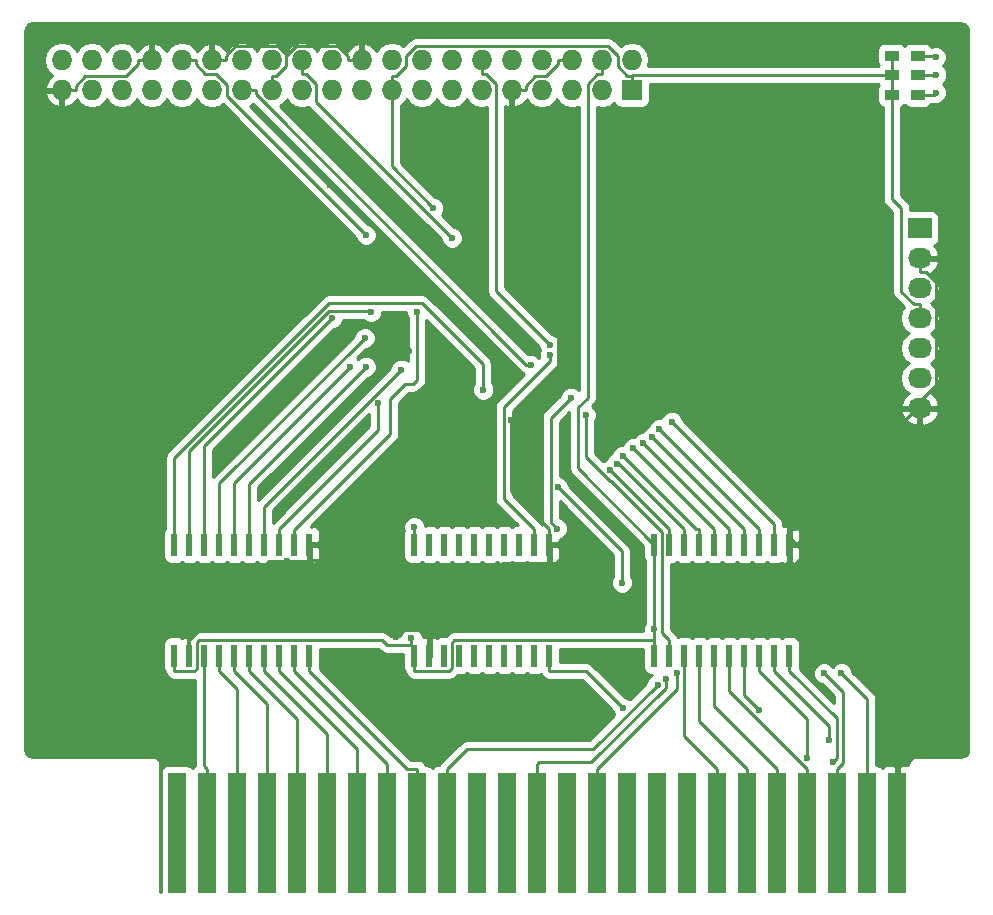
<source format=gbr>
G04 #@! TF.FileFunction,Copper,L2,Bot,Signal*
%FSLAX46Y46*%
G04 Gerber Fmt 4.6, Leading zero omitted, Abs format (unit mm)*
G04 Created by KiCad (PCBNEW 4.0.7) date 03/26/18 01:40:39*
%MOMM*%
%LPD*%
G01*
G04 APERTURE LIST*
%ADD10C,0.100000*%
%ADD11R,1.727200X1.727200*%
%ADD12O,1.727200X1.727200*%
%ADD13R,1.524000X10.160000*%
%ADD14R,0.600000X1.950000*%
%ADD15R,2.032000X1.727200*%
%ADD16O,2.032000X1.727200*%
%ADD17R,1.200000X0.900000*%
%ADD18C,0.600000*%
%ADD19C,0.250000*%
%ADD20C,0.254000*%
G04 APERTURE END LIST*
D10*
D11*
X156210000Y-74930000D03*
D12*
X156210000Y-72390000D03*
X153670000Y-74930000D03*
X153670000Y-72390000D03*
X151130000Y-74930000D03*
X151130000Y-72390000D03*
X148590000Y-74930000D03*
X148590000Y-72390000D03*
X146050000Y-74930000D03*
X146050000Y-72390000D03*
X143510000Y-74930000D03*
X143510000Y-72390000D03*
X140970000Y-74930000D03*
X140970000Y-72390000D03*
X138430000Y-74930000D03*
X138430000Y-72390000D03*
X135890000Y-74930000D03*
X135890000Y-72390000D03*
X133350000Y-74930000D03*
X133350000Y-72390000D03*
X130810000Y-74930000D03*
X130810000Y-72390000D03*
X128270000Y-74930000D03*
X128270000Y-72390000D03*
X125730000Y-74930000D03*
X125730000Y-72390000D03*
X123190000Y-74930000D03*
X123190000Y-72390000D03*
X120650000Y-74930000D03*
X120650000Y-72390000D03*
X118110000Y-74930000D03*
X118110000Y-72390000D03*
X115570000Y-74930000D03*
X115570000Y-72390000D03*
X113030000Y-74930000D03*
X113030000Y-72390000D03*
X110490000Y-74930000D03*
X110490000Y-72390000D03*
X107950000Y-74930000D03*
X107950000Y-72390000D03*
D13*
X178689000Y-137795000D03*
X176149000Y-137795000D03*
X173609000Y-137795000D03*
X171069000Y-137795000D03*
X168529000Y-137795000D03*
X165989000Y-137795000D03*
X163449000Y-137795000D03*
X160909000Y-137795000D03*
X158369000Y-137795000D03*
X155829000Y-137795000D03*
X153289000Y-137795000D03*
X150749000Y-137795000D03*
X148209000Y-137795000D03*
X145669000Y-137795000D03*
X143129000Y-137795000D03*
X140589000Y-137795000D03*
X138049000Y-137795000D03*
X135509000Y-137795000D03*
X132969000Y-137795000D03*
X130429000Y-137795000D03*
X127889000Y-137795000D03*
X125349000Y-137795000D03*
X122809000Y-137795000D03*
X120269000Y-137795000D03*
X117729000Y-137795000D03*
D14*
X117475000Y-113410000D03*
X118745000Y-113410000D03*
X120015000Y-113410000D03*
X121285000Y-113410000D03*
X122555000Y-113410000D03*
X123825000Y-113410000D03*
X125095000Y-113410000D03*
X126365000Y-113410000D03*
X127635000Y-113410000D03*
X128905000Y-113410000D03*
X128905000Y-122810000D03*
X127635000Y-122810000D03*
X126365000Y-122810000D03*
X125095000Y-122810000D03*
X123825000Y-122810000D03*
X122555000Y-122810000D03*
X121285000Y-122810000D03*
X120015000Y-122810000D03*
X118745000Y-122810000D03*
X117475000Y-122810000D03*
X137795000Y-113410000D03*
X139065000Y-113410000D03*
X140335000Y-113410000D03*
X141605000Y-113410000D03*
X142875000Y-113410000D03*
X144145000Y-113410000D03*
X145415000Y-113410000D03*
X146685000Y-113410000D03*
X147955000Y-113410000D03*
X149225000Y-113410000D03*
X149225000Y-122810000D03*
X147955000Y-122810000D03*
X146685000Y-122810000D03*
X145415000Y-122810000D03*
X144145000Y-122810000D03*
X142875000Y-122810000D03*
X141605000Y-122810000D03*
X140335000Y-122810000D03*
X139065000Y-122810000D03*
X137795000Y-122810000D03*
X158115000Y-113410000D03*
X159385000Y-113410000D03*
X160655000Y-113410000D03*
X161925000Y-113410000D03*
X163195000Y-113410000D03*
X164465000Y-113410000D03*
X165735000Y-113410000D03*
X167005000Y-113410000D03*
X168275000Y-113410000D03*
X169545000Y-113410000D03*
X169545000Y-122810000D03*
X168275000Y-122810000D03*
X167005000Y-122810000D03*
X165735000Y-122810000D03*
X164465000Y-122810000D03*
X163195000Y-122810000D03*
X161925000Y-122810000D03*
X160655000Y-122810000D03*
X159385000Y-122810000D03*
X158115000Y-122810000D03*
D15*
X180594000Y-86614000D03*
D16*
X180594000Y-89154000D03*
X180594000Y-91694000D03*
X180594000Y-94234000D03*
X180594000Y-96774000D03*
X180594000Y-99314000D03*
X180594000Y-101854000D03*
D17*
X178224000Y-72009000D03*
X180424000Y-72009000D03*
X178224000Y-73660000D03*
X180424000Y-73660000D03*
X178224000Y-75311000D03*
X180424000Y-75311000D03*
D18*
X149305000Y-96508600D03*
X140980100Y-87437100D03*
X147639700Y-98195900D03*
X133714600Y-87191700D03*
X137557300Y-121334100D03*
X158115000Y-120591700D03*
X172935100Y-129938800D03*
X171069000Y-131466800D03*
X166956100Y-127387000D03*
X155481600Y-127260800D03*
X172974000Y-98425000D03*
X171323000Y-86868000D03*
X172974000Y-91313000D03*
X167894000Y-83439000D03*
X144272000Y-96774000D03*
X140208000Y-108077000D03*
X126619000Y-110109000D03*
X126746000Y-106807000D03*
X156845000Y-122810000D03*
X156210000Y-125730000D03*
X139065000Y-122810000D03*
X140081000Y-126619000D03*
X164973000Y-107061000D03*
X169164000Y-104013000D03*
X134112000Y-82804000D03*
X141605000Y-89535000D03*
X130683000Y-82931000D03*
X137370300Y-97028000D03*
X145987000Y-88765800D03*
X136217100Y-121265000D03*
X145984100Y-102823100D03*
X149566200Y-95134400D03*
X126993700Y-114798500D03*
X153964900Y-116819100D03*
X173954500Y-124313200D03*
X159095800Y-124776300D03*
X158389500Y-125257900D03*
X173266000Y-131804200D03*
X172478900Y-124320400D03*
X160000000Y-124246200D03*
X143629000Y-100282500D03*
X134149900Y-93720300D03*
X130825100Y-94263100D03*
X133605100Y-95914400D03*
X132388900Y-98373800D03*
X133714100Y-98355700D03*
X136691800Y-98601500D03*
X134754500Y-101436200D03*
X138049000Y-93726000D03*
X137795000Y-111920300D03*
X149301300Y-97396500D03*
X155384400Y-116627400D03*
X149967200Y-108547300D03*
X149860000Y-112049600D03*
X151054400Y-100963400D03*
X154347600Y-107091900D03*
X154946600Y-106559000D03*
X155426900Y-105907300D03*
X152296500Y-102449400D03*
X156351100Y-105265800D03*
X157161600Y-104806200D03*
X157919400Y-104294100D03*
X158551800Y-103656500D03*
X159596000Y-103016400D03*
X139393600Y-84895300D03*
X181975200Y-75140400D03*
X181984100Y-73617900D03*
X181954800Y-72134700D03*
D19*
X143510000Y-72390000D02*
X143510000Y-73578900D01*
X144698900Y-91902500D02*
X149305000Y-96508600D01*
X144698900Y-74396200D02*
X144698900Y-91902500D01*
X143881600Y-73578900D02*
X144698900Y-74396200D01*
X143510000Y-73578900D02*
X143881600Y-73578900D01*
X128641600Y-73578900D02*
X128270000Y-73578900D01*
X129458900Y-74396200D02*
X128641600Y-73578900D01*
X129458900Y-75915900D02*
X129458900Y-74396200D01*
X140980100Y-87437100D02*
X129458900Y-75915900D01*
X128270000Y-72390000D02*
X128270000Y-73578900D01*
X123190000Y-74930000D02*
X124378900Y-74930000D01*
X124378900Y-75301500D02*
X124378900Y-74930000D01*
X147273300Y-98195900D02*
X124378900Y-75301500D01*
X147639700Y-98195900D02*
X147273300Y-98195900D01*
X118110000Y-72390000D02*
X119298900Y-72390000D01*
X121920000Y-75397100D02*
X133714600Y-87191700D01*
X121920000Y-74465500D02*
X121920000Y-75397100D01*
X121033400Y-73578900D02*
X121920000Y-74465500D01*
X120116200Y-73578900D02*
X121033400Y-73578900D01*
X119298900Y-72761600D02*
X120116200Y-73578900D01*
X119298900Y-72390000D02*
X119298900Y-72761600D01*
X137795000Y-122810000D02*
X137795000Y-124110300D01*
X137795000Y-122810000D02*
X137795000Y-122159800D01*
X117475000Y-122810000D02*
X117475000Y-124110300D01*
X137795000Y-122159800D02*
X137557300Y-121922100D01*
X119184600Y-124110300D02*
X117475000Y-124110300D01*
X119389600Y-123905300D02*
X119184600Y-124110300D01*
X119389600Y-121658100D02*
X119389600Y-123905300D01*
X119538100Y-121509600D02*
X119389600Y-121658100D01*
X135067300Y-121509600D02*
X119538100Y-121509600D01*
X135479800Y-121922100D02*
X135067300Y-121509600D01*
X137557300Y-121922100D02*
X135479800Y-121922100D01*
X137557300Y-121922100D02*
X137557300Y-121334100D01*
X158115000Y-122810000D02*
X158115000Y-121509700D01*
X140769900Y-124110300D02*
X137795000Y-124110300D01*
X140979600Y-123900600D02*
X140769900Y-124110300D01*
X140979600Y-121700300D02*
X140979600Y-123900600D01*
X141170200Y-121509700D02*
X140979600Y-121700300D01*
X158115000Y-121509700D02*
X141170200Y-121509700D01*
X158115000Y-121509700D02*
X158115000Y-120591700D01*
X158115000Y-120591700D02*
X158115000Y-114710300D01*
X158115000Y-114060100D02*
X158115000Y-114710300D01*
X153670000Y-72390000D02*
X153670000Y-73578900D01*
X158115000Y-114060100D02*
X158115000Y-113410000D01*
X153298400Y-73578900D02*
X153670000Y-73578900D01*
X152481100Y-74396200D02*
X153298400Y-73578900D01*
X152481100Y-100962800D02*
X152481100Y-74396200D01*
X151669300Y-101774600D02*
X152481100Y-100962800D01*
X151669300Y-106964300D02*
X151669300Y-101774600D01*
X158115000Y-113410000D02*
X151669300Y-106964300D01*
X168275000Y-122810000D02*
X168275000Y-124110300D01*
X172935100Y-128770400D02*
X172935100Y-129938800D01*
X168275000Y-124110300D02*
X172935100Y-128770400D01*
X167005000Y-122810000D02*
X167005000Y-124110300D01*
X171069000Y-128174300D02*
X171069000Y-131466800D01*
X167005000Y-124110300D02*
X171069000Y-128174300D01*
X165735000Y-126165900D02*
X165735000Y-122810000D01*
X166956100Y-127387000D02*
X165735000Y-126165900D01*
X152331100Y-124110300D02*
X155481600Y-127260800D01*
X149225000Y-124110300D02*
X152331100Y-124110300D01*
X149225000Y-122810000D02*
X149225000Y-124110300D01*
X172974000Y-96139000D02*
X172974000Y-98552000D01*
X172974000Y-91313000D02*
X172974000Y-96139000D01*
X172974000Y-98552000D02*
X172974000Y-98425000D01*
X172974000Y-91313000D02*
X172974000Y-88519000D01*
X172974000Y-88519000D02*
X171323000Y-86868000D01*
X171323000Y-86868000D02*
X167894000Y-83439000D01*
X144272000Y-96774000D02*
X144272000Y-96901000D01*
X140081000Y-107950000D02*
X140208000Y-108077000D01*
X140081000Y-105537000D02*
X140081000Y-107950000D01*
X145415000Y-100203000D02*
X140081000Y-105537000D01*
X145415000Y-98044000D02*
X145415000Y-100203000D01*
X144272000Y-96901000D02*
X145415000Y-98044000D01*
X156083000Y-125603000D02*
X156210000Y-125730000D01*
X156083000Y-123572000D02*
X156083000Y-125603000D01*
X156845000Y-122810000D02*
X156083000Y-123572000D01*
X139065000Y-120649600D02*
X139065000Y-121509700D01*
X139065000Y-122810000D02*
X139065000Y-121509700D01*
X166116000Y-107061000D02*
X164973000Y-107061000D01*
X169164000Y-104013000D02*
X166116000Y-107061000D01*
X140843000Y-89535000D02*
X134112000Y-82804000D01*
X141605000Y-89535000D02*
X140843000Y-89535000D01*
X137370300Y-97028000D02*
X137414000Y-97028000D01*
X109138900Y-74558400D02*
X109138900Y-74930000D01*
X109956200Y-73741100D02*
X109138900Y-74558400D01*
X113401600Y-73741100D02*
X109956200Y-73741100D01*
X114381100Y-72761600D02*
X113401600Y-73741100D01*
X114381100Y-72390000D02*
X114381100Y-72761600D01*
X115570000Y-72390000D02*
X114381100Y-72390000D01*
X107950000Y-74930000D02*
X109138900Y-74930000D01*
X133350000Y-72390000D02*
X132161100Y-72390000D01*
X125730000Y-74930000D02*
X125730000Y-73741100D01*
X120650000Y-72390000D02*
X121838900Y-72390000D01*
X126258800Y-71201000D02*
X126991400Y-71933500D01*
X122656400Y-71201000D02*
X126258800Y-71201000D01*
X121838900Y-72018500D02*
X122656400Y-71201000D01*
X121838900Y-72390000D02*
X121838900Y-72018500D01*
X127751800Y-71173100D02*
X126991400Y-71933500D01*
X131315700Y-71173100D02*
X127751800Y-71173100D01*
X132161100Y-72018500D02*
X131315700Y-71173100D01*
X132161100Y-72390000D02*
X132161100Y-72018500D01*
X126101600Y-73741100D02*
X125730000Y-73741100D01*
X126918900Y-72923800D02*
X126101600Y-73741100D01*
X126918900Y-72006000D02*
X126918900Y-72923800D01*
X126991400Y-71933500D02*
X126918900Y-72006000D01*
X118745000Y-122810000D02*
X118745000Y-121509700D01*
X128905000Y-113410000D02*
X128905000Y-114710300D01*
X149566200Y-92345000D02*
X145987000Y-88765800D01*
X149566200Y-95134400D02*
X149566200Y-92345000D01*
X149225000Y-113410000D02*
X149225000Y-114710300D01*
X129662400Y-114710300D02*
X128905000Y-114710300D01*
X136217100Y-121265000D02*
X129662400Y-114710300D01*
X136832500Y-120649600D02*
X136217100Y-121265000D01*
X139065000Y-120649600D02*
X136832500Y-120649600D01*
X181114100Y-90342900D02*
X180594000Y-90342900D01*
X181945000Y-91173800D02*
X181114100Y-90342900D01*
X181945000Y-99908500D02*
X181945000Y-91173800D01*
X180594000Y-101259500D02*
X181945000Y-99908500D01*
X180594000Y-89154000D02*
X180594000Y-90342900D01*
X149225000Y-113410000D02*
X149225000Y-112109700D01*
X149933700Y-95501900D02*
X149566200Y-95134400D01*
X149933700Y-98873500D02*
X149933700Y-95501900D01*
X145984100Y-102823100D02*
X149933700Y-98873500D01*
X151130000Y-72390000D02*
X149941100Y-72390000D01*
X146050000Y-88702800D02*
X146050000Y-74930000D01*
X145987000Y-88765800D02*
X146050000Y-88702800D01*
X149941100Y-72761600D02*
X149941100Y-72390000D01*
X148961600Y-73741100D02*
X149941100Y-72761600D01*
X148056200Y-73741100D02*
X148961600Y-73741100D01*
X147238900Y-74558400D02*
X148056200Y-73741100D01*
X147238900Y-74930000D02*
X147238900Y-74558400D01*
X146050000Y-74930000D02*
X147238900Y-74930000D01*
X128816800Y-114798500D02*
X126993700Y-114798500D01*
X128905000Y-114710300D02*
X128816800Y-114798500D01*
X125456200Y-114798500D02*
X118745000Y-121509700D01*
X126993700Y-114798500D02*
X125456200Y-114798500D01*
X149225000Y-114939600D02*
X149225000Y-114710300D01*
X152085400Y-114939600D02*
X149225000Y-114939600D01*
X153964900Y-116819100D02*
X152085400Y-114939600D01*
X145984100Y-108868800D02*
X149225000Y-112109700D01*
X145984100Y-102823100D02*
X145984100Y-108868800D01*
X145295800Y-114939600D02*
X149225000Y-114939600D01*
X145295800Y-114939700D02*
X145295800Y-114939600D01*
X139585900Y-120649600D02*
X145295800Y-114939700D01*
X139065000Y-120649600D02*
X139585900Y-120649600D01*
X180594000Y-101854000D02*
X180594000Y-101556700D01*
X180594000Y-101556700D02*
X180594000Y-101259500D01*
X170041000Y-112109700D02*
X169545000Y-112109700D01*
X180594000Y-101556700D02*
X170041000Y-112109700D01*
X169545000Y-113410000D02*
X169545000Y-112759800D01*
X169545000Y-112759800D02*
X169545000Y-112109700D01*
X178689000Y-121903800D02*
X178689000Y-137795000D01*
X169545000Y-112759800D02*
X178689000Y-121903800D01*
X176149000Y-137795000D02*
X176149000Y-132389700D01*
X176149000Y-126507700D02*
X176149000Y-132389700D01*
X173954500Y-124313200D02*
X176149000Y-126507700D01*
X164465000Y-125785700D02*
X171069000Y-132389700D01*
X164465000Y-122810000D02*
X164465000Y-125785700D01*
X171069000Y-137795000D02*
X171069000Y-132389700D01*
X168529000Y-137795000D02*
X168529000Y-132389700D01*
X163195000Y-127055700D02*
X163195000Y-122810000D01*
X168529000Y-132389700D02*
X163195000Y-127055700D01*
X165989000Y-137795000D02*
X165989000Y-132389700D01*
X161925000Y-128325700D02*
X165989000Y-132389700D01*
X161925000Y-122810000D02*
X161925000Y-128325700D01*
X160655000Y-129595700D02*
X163449000Y-132389700D01*
X160655000Y-122810000D02*
X160655000Y-129595700D01*
X163449000Y-137795000D02*
X163449000Y-132389700D01*
X148209000Y-132588000D02*
X148209000Y-131953000D01*
X152781000Y-131826000D02*
X152781000Y-131835800D01*
X152790800Y-131826000D02*
X152781000Y-131826000D01*
X148336000Y-131826000D02*
X152790800Y-131826000D01*
X148209000Y-131953000D02*
X148336000Y-131826000D01*
X159095800Y-125521000D02*
X159095800Y-124776300D01*
X152781000Y-131835800D02*
X159095800Y-125521000D01*
X148209000Y-137795000D02*
X148209000Y-132588000D01*
X152930300Y-130717100D02*
X158389500Y-125257900D01*
X142261600Y-130717100D02*
X152930300Y-130717100D01*
X140589000Y-132389700D02*
X142261600Y-130717100D01*
X140589000Y-137795000D02*
X140589000Y-132389700D01*
X137184400Y-132389700D02*
X138049000Y-132389700D01*
X128905000Y-124110300D02*
X137184400Y-132389700D01*
X128905000Y-122810000D02*
X128905000Y-124110300D01*
X138049000Y-137795000D02*
X138049000Y-132389700D01*
X135509000Y-131984300D02*
X135509000Y-137795000D01*
X127635000Y-124110300D02*
X135509000Y-131984300D01*
X127635000Y-122810000D02*
X127635000Y-124110300D01*
X132969000Y-130714300D02*
X132969000Y-137795000D01*
X126365000Y-124110300D02*
X132969000Y-130714300D01*
X126365000Y-122810000D02*
X126365000Y-124110300D01*
X130429000Y-129444300D02*
X130429000Y-137795000D01*
X125095000Y-124110300D02*
X130429000Y-129444300D01*
X125095000Y-122810000D02*
X125095000Y-124110300D01*
X123825000Y-122810000D02*
X123825000Y-124110300D01*
X127889000Y-128174300D02*
X127889000Y-137795000D01*
X123825000Y-124110300D02*
X127889000Y-128174300D01*
X125349000Y-126904300D02*
X125349000Y-137795000D01*
X122555000Y-124110300D02*
X125349000Y-126904300D01*
X122555000Y-122810000D02*
X122555000Y-124110300D01*
X122809000Y-125634300D02*
X122809000Y-137795000D01*
X121285000Y-124110300D02*
X122809000Y-125634300D01*
X121285000Y-122810000D02*
X121285000Y-124110300D01*
X120015000Y-132135700D02*
X120269000Y-132389700D01*
X120015000Y-122810000D02*
X120015000Y-132135700D01*
X120269000Y-137795000D02*
X120269000Y-132389700D01*
X169545000Y-122810000D02*
X169545000Y-124110300D01*
X173560500Y-131509700D02*
X173266000Y-131804200D01*
X173560500Y-128125800D02*
X173560500Y-131509700D01*
X169545000Y-124110300D02*
X173560500Y-128125800D01*
X174060000Y-131938700D02*
X173609000Y-132389700D01*
X174060000Y-125901500D02*
X174060000Y-131938700D01*
X172478900Y-124320400D02*
X174060000Y-125901500D01*
X173609000Y-137795000D02*
X173609000Y-132389700D01*
X153289000Y-137795000D02*
X153289000Y-132389700D01*
X160000000Y-125678700D02*
X160000000Y-124246200D01*
X153289000Y-132389700D02*
X160000000Y-125678700D01*
X117475000Y-106056000D02*
X117475000Y-113410000D01*
X130582400Y-92948600D02*
X117475000Y-106056000D01*
X138426000Y-92948600D02*
X130582400Y-92948600D01*
X143629000Y-98151600D02*
X138426000Y-92948600D01*
X143629000Y-100282500D02*
X143629000Y-98151600D01*
X134056100Y-93626500D02*
X134149900Y-93720300D01*
X130576300Y-93626500D02*
X134056100Y-93626500D01*
X118745000Y-105457800D02*
X130576300Y-93626500D01*
X118745000Y-113410000D02*
X118745000Y-105457800D01*
X120015000Y-105073200D02*
X130825100Y-94263100D01*
X120015000Y-113410000D02*
X120015000Y-105073200D01*
X121285000Y-108234500D02*
X133605100Y-95914400D01*
X121285000Y-113410000D02*
X121285000Y-108234500D01*
X122555000Y-108207700D02*
X132388900Y-98373800D01*
X122555000Y-113410000D02*
X122555000Y-108207700D01*
X123825000Y-108244800D02*
X133714100Y-98355700D01*
X123825000Y-113410000D02*
X123825000Y-108244800D01*
X125095000Y-110198300D02*
X136691800Y-98601500D01*
X125095000Y-113410000D02*
X125095000Y-110198300D01*
X126365000Y-113410000D02*
X126365000Y-112109700D01*
X134754500Y-103720200D02*
X126365000Y-112109700D01*
X134754500Y-101436200D02*
X134754500Y-103720200D01*
X127635000Y-112141000D02*
X127635000Y-113410000D01*
X135763000Y-104013000D02*
X127635000Y-112141000D01*
X135763000Y-101092000D02*
X135763000Y-104013000D01*
X137033000Y-99822000D02*
X135763000Y-101092000D01*
X137668000Y-99822000D02*
X137033000Y-99822000D01*
X138049000Y-99441000D02*
X137668000Y-99822000D01*
X138049000Y-93726000D02*
X138049000Y-99441000D01*
X137795000Y-113410000D02*
X137795000Y-112109700D01*
X137795000Y-112109700D02*
X137795000Y-111920300D01*
X147955000Y-113410000D02*
X147955000Y-112109700D01*
X149301300Y-97848900D02*
X149301300Y-97396500D01*
X145355400Y-101794800D02*
X149301300Y-97848900D01*
X145355400Y-109510100D02*
X145355400Y-101794800D01*
X147955000Y-112109700D02*
X145355400Y-109510100D01*
X155384400Y-113964500D02*
X149967200Y-108547300D01*
X155384400Y-116627400D02*
X155384400Y-113964500D01*
X149338700Y-111528300D02*
X149860000Y-112049600D01*
X149338700Y-102679100D02*
X149338700Y-111528300D01*
X151054400Y-100963400D02*
X149338700Y-102679100D01*
X159385000Y-113410000D02*
X159385000Y-112109700D01*
X154367200Y-107091900D02*
X154347600Y-107091900D01*
X159385000Y-112109700D02*
X154367200Y-107091900D01*
X160655000Y-113410000D02*
X160655000Y-112109700D01*
X155104300Y-106559000D02*
X154946600Y-106559000D01*
X160655000Y-112109700D02*
X155104300Y-106559000D01*
X161925000Y-113410000D02*
X161925000Y-112109700D01*
X161629300Y-112109700D02*
X155426900Y-105907300D01*
X161925000Y-112109700D02*
X161629300Y-112109700D01*
X159385000Y-122810000D02*
X159385000Y-121509700D01*
X158759700Y-120884400D02*
X159385000Y-121509700D01*
X158759700Y-112317200D02*
X158759700Y-120884400D01*
X154475700Y-108033200D02*
X158759700Y-112317200D01*
X154354300Y-108033200D02*
X154475700Y-108033200D01*
X152296500Y-105975400D02*
X154354300Y-108033200D01*
X152296500Y-102449400D02*
X152296500Y-105975400D01*
X163195000Y-113410000D02*
X163195000Y-112109700D01*
X163195000Y-112109700D02*
X156351100Y-105265800D01*
X164465000Y-113410000D02*
X164465000Y-112109700D01*
X157161600Y-104806300D02*
X157161600Y-104806200D01*
X164465000Y-112109700D02*
X157161600Y-104806300D01*
X165735000Y-113410000D02*
X165735000Y-112109700D01*
X165735000Y-112109700D02*
X157919400Y-104294100D01*
X167005000Y-113410000D02*
X167005000Y-112109700D01*
X167005000Y-112109700D02*
X158551800Y-103656500D01*
X168275000Y-111695400D02*
X159596000Y-103016400D01*
X168275000Y-113410000D02*
X168275000Y-111695400D01*
X179023400Y-91994600D02*
X179023400Y-84916400D01*
X179023400Y-84916400D02*
X178224000Y-84117000D01*
X180594000Y-94234000D02*
X180594000Y-93045100D01*
X178224000Y-84117000D02*
X178224000Y-75311000D01*
X180073900Y-93045100D02*
X179023400Y-91994600D01*
X180594000Y-93045100D02*
X180073900Y-93045100D01*
X178224000Y-75311000D02*
X178224000Y-73660000D01*
X136261600Y-73741100D02*
X135890000Y-73741100D01*
X137078900Y-72923800D02*
X136261600Y-73741100D01*
X137078900Y-72059100D02*
X137078900Y-72923800D01*
X137941000Y-71197000D02*
X137078900Y-72059100D01*
X154178500Y-71197000D02*
X137941000Y-71197000D01*
X155021100Y-72039600D02*
X154178500Y-71197000D01*
X155021100Y-72923800D02*
X155021100Y-72039600D01*
X155838400Y-73741100D02*
X155021100Y-72923800D01*
X156210000Y-73741100D02*
X155838400Y-73741100D01*
X156210000Y-74930000D02*
X156210000Y-73741100D01*
X135890000Y-74883400D02*
X135890000Y-73741100D01*
X178224000Y-73660000D02*
X178224000Y-72009000D01*
X156291100Y-73660000D02*
X156210000Y-73741100D01*
X178224000Y-73660000D02*
X156291100Y-73660000D01*
X135890000Y-74883400D02*
X135890000Y-74930000D01*
X135890000Y-81391700D02*
X139393600Y-84895300D01*
X135890000Y-74930000D02*
X135890000Y-81391700D01*
X181804600Y-75311000D02*
X181975200Y-75140400D01*
X180424000Y-75311000D02*
X181804600Y-75311000D01*
X181942000Y-73660000D02*
X181984100Y-73617900D01*
X180424000Y-73660000D02*
X181942000Y-73660000D01*
X181829100Y-72009000D02*
X181954800Y-72134700D01*
X180424000Y-72009000D02*
X181829100Y-72009000D01*
D20*
G36*
X184358979Y-69345478D02*
X184536145Y-69463856D01*
X184654521Y-69641019D01*
X184710000Y-69919931D01*
X184710000Y-130740069D01*
X184654521Y-131018981D01*
X184536145Y-131196144D01*
X184358979Y-131314522D01*
X184080070Y-131370000D01*
X180340000Y-131370000D01*
X180068295Y-131424046D01*
X179837954Y-131577954D01*
X179684046Y-131808295D01*
X179630000Y-132080000D01*
X179630000Y-132101825D01*
X179577310Y-132080000D01*
X178974750Y-132080000D01*
X178816000Y-132238750D01*
X178816000Y-137668000D01*
X178836000Y-137668000D01*
X178836000Y-137922000D01*
X178816000Y-137922000D01*
X178816000Y-137942000D01*
X178562000Y-137942000D01*
X178562000Y-137922000D01*
X178542000Y-137922000D01*
X178542000Y-137668000D01*
X178562000Y-137668000D01*
X178562000Y-132238750D01*
X178403250Y-132080000D01*
X177800690Y-132080000D01*
X177567301Y-132176673D01*
X177416329Y-132327646D01*
X177375090Y-132263559D01*
X177162890Y-132118569D01*
X176911000Y-132067560D01*
X176909000Y-132067560D01*
X176909000Y-126507700D01*
X176851148Y-126216861D01*
X176686401Y-125970299D01*
X174889622Y-124173520D01*
X174889662Y-124128033D01*
X174747617Y-123784257D01*
X174484827Y-123521008D01*
X174141299Y-123378362D01*
X173769333Y-123378038D01*
X173425557Y-123520083D01*
X173212966Y-123732303D01*
X173009227Y-123528208D01*
X172665699Y-123385562D01*
X172293733Y-123385238D01*
X171949957Y-123527283D01*
X171686708Y-123790073D01*
X171544062Y-124133601D01*
X171543738Y-124505567D01*
X171685783Y-124849343D01*
X171948573Y-125112592D01*
X172292101Y-125255238D01*
X172338977Y-125255279D01*
X173300000Y-126216302D01*
X173300000Y-126790498D01*
X170459107Y-123949605D01*
X170492440Y-123785000D01*
X170492440Y-121835000D01*
X170448162Y-121599683D01*
X170309090Y-121383559D01*
X170096890Y-121238569D01*
X169845000Y-121187560D01*
X169245000Y-121187560D01*
X169009683Y-121231838D01*
X168910472Y-121295678D01*
X168826890Y-121238569D01*
X168575000Y-121187560D01*
X167975000Y-121187560D01*
X167739683Y-121231838D01*
X167640472Y-121295678D01*
X167556890Y-121238569D01*
X167305000Y-121187560D01*
X166705000Y-121187560D01*
X166469683Y-121231838D01*
X166370472Y-121295678D01*
X166286890Y-121238569D01*
X166035000Y-121187560D01*
X165435000Y-121187560D01*
X165199683Y-121231838D01*
X165100472Y-121295678D01*
X165016890Y-121238569D01*
X164765000Y-121187560D01*
X164165000Y-121187560D01*
X163929683Y-121231838D01*
X163830472Y-121295678D01*
X163746890Y-121238569D01*
X163495000Y-121187560D01*
X162895000Y-121187560D01*
X162659683Y-121231838D01*
X162560472Y-121295678D01*
X162476890Y-121238569D01*
X162225000Y-121187560D01*
X161625000Y-121187560D01*
X161389683Y-121231838D01*
X161290472Y-121295678D01*
X161206890Y-121238569D01*
X160955000Y-121187560D01*
X160355000Y-121187560D01*
X160119683Y-121231838D01*
X160093128Y-121248926D01*
X160087148Y-121218861D01*
X159922401Y-120972299D01*
X159519700Y-120569598D01*
X159519700Y-115032440D01*
X159685000Y-115032440D01*
X159920317Y-114988162D01*
X160019528Y-114924322D01*
X160103110Y-114981431D01*
X160355000Y-115032440D01*
X160955000Y-115032440D01*
X161190317Y-114988162D01*
X161289528Y-114924322D01*
X161373110Y-114981431D01*
X161625000Y-115032440D01*
X162225000Y-115032440D01*
X162460317Y-114988162D01*
X162559528Y-114924322D01*
X162643110Y-114981431D01*
X162895000Y-115032440D01*
X163495000Y-115032440D01*
X163730317Y-114988162D01*
X163829528Y-114924322D01*
X163913110Y-114981431D01*
X164165000Y-115032440D01*
X164765000Y-115032440D01*
X165000317Y-114988162D01*
X165099528Y-114924322D01*
X165183110Y-114981431D01*
X165435000Y-115032440D01*
X166035000Y-115032440D01*
X166270317Y-114988162D01*
X166369528Y-114924322D01*
X166453110Y-114981431D01*
X166705000Y-115032440D01*
X167305000Y-115032440D01*
X167540317Y-114988162D01*
X167639528Y-114924322D01*
X167723110Y-114981431D01*
X167975000Y-115032440D01*
X168575000Y-115032440D01*
X168810317Y-114988162D01*
X168900980Y-114929822D01*
X169118690Y-115020000D01*
X169259250Y-115020000D01*
X169418000Y-114861250D01*
X169418000Y-113537000D01*
X169672000Y-113537000D01*
X169672000Y-114861250D01*
X169830750Y-115020000D01*
X169971310Y-115020000D01*
X170204699Y-114923327D01*
X170383327Y-114744698D01*
X170480000Y-114511309D01*
X170480000Y-113695750D01*
X170321250Y-113537000D01*
X169672000Y-113537000D01*
X169418000Y-113537000D01*
X169398000Y-113537000D01*
X169398000Y-113283000D01*
X169418000Y-113283000D01*
X169418000Y-111958750D01*
X169672000Y-111958750D01*
X169672000Y-113283000D01*
X170321250Y-113283000D01*
X170480000Y-113124250D01*
X170480000Y-112308691D01*
X170383327Y-112075302D01*
X170204699Y-111896673D01*
X169971310Y-111800000D01*
X169830750Y-111800000D01*
X169672000Y-111958750D01*
X169418000Y-111958750D01*
X169259250Y-111800000D01*
X169118690Y-111800000D01*
X169035000Y-111834666D01*
X169035000Y-111695400D01*
X168977148Y-111404561D01*
X168865496Y-111237461D01*
X168812402Y-111157999D01*
X160531122Y-102876720D01*
X160531162Y-102831233D01*
X160389117Y-102487457D01*
X160126327Y-102224208D01*
X160099398Y-102213026D01*
X178986642Y-102213026D01*
X178989291Y-102228791D01*
X179243268Y-102756036D01*
X179679680Y-103145954D01*
X180232087Y-103339184D01*
X180467000Y-103194924D01*
X180467000Y-101981000D01*
X180721000Y-101981000D01*
X180721000Y-103194924D01*
X180955913Y-103339184D01*
X181508320Y-103145954D01*
X181944732Y-102756036D01*
X182198709Y-102228791D01*
X182201358Y-102213026D01*
X182080217Y-101981000D01*
X180721000Y-101981000D01*
X180467000Y-101981000D01*
X179107783Y-101981000D01*
X178986642Y-102213026D01*
X160099398Y-102213026D01*
X159782799Y-102081562D01*
X159410833Y-102081238D01*
X159067057Y-102223283D01*
X158803808Y-102486073D01*
X158705994Y-102721634D01*
X158366633Y-102721338D01*
X158022857Y-102863383D01*
X157759608Y-103126173D01*
X157648193Y-103394489D01*
X157390457Y-103500983D01*
X157127208Y-103763773D01*
X157082629Y-103871131D01*
X156976433Y-103871038D01*
X156632657Y-104013083D01*
X156369408Y-104275873D01*
X156346602Y-104330795D01*
X156165933Y-104330638D01*
X155822157Y-104472683D01*
X155558908Y-104735473D01*
X155460556Y-104972329D01*
X155241733Y-104972138D01*
X154897957Y-105114183D01*
X154634708Y-105376973D01*
X154492062Y-105720501D01*
X154492049Y-105735145D01*
X154417657Y-105765883D01*
X154154408Y-106028673D01*
X154088555Y-106187264D01*
X153818657Y-106298783D01*
X153756617Y-106360715D01*
X153056500Y-105660598D01*
X153056500Y-103011863D01*
X153088692Y-102979727D01*
X153231338Y-102636199D01*
X153231662Y-102264233D01*
X153089617Y-101920457D01*
X152844145Y-101674557D01*
X153018501Y-101500201D01*
X153183248Y-101253639D01*
X153241100Y-100962800D01*
X153241100Y-76372646D01*
X153670000Y-76457959D01*
X154243489Y-76343885D01*
X154729670Y-76019029D01*
X154738805Y-76005358D01*
X154743238Y-76028917D01*
X154882310Y-76245041D01*
X155094510Y-76390031D01*
X155346400Y-76441040D01*
X157073600Y-76441040D01*
X157308917Y-76396762D01*
X157525041Y-76257690D01*
X157670031Y-76045490D01*
X157721040Y-75793600D01*
X157721040Y-74420000D01*
X177068895Y-74420000D01*
X177111521Y-74486242D01*
X177027569Y-74609110D01*
X176976560Y-74861000D01*
X176976560Y-75761000D01*
X177020838Y-75996317D01*
X177159910Y-76212441D01*
X177372110Y-76357431D01*
X177464000Y-76376039D01*
X177464000Y-84117000D01*
X177521852Y-84407839D01*
X177686599Y-84654401D01*
X178263400Y-85231202D01*
X178263400Y-91994600D01*
X178321252Y-92285439D01*
X178485999Y-92532001D01*
X179260962Y-93306964D01*
X179024729Y-93660511D01*
X178910655Y-94234000D01*
X179024729Y-94807489D01*
X179349585Y-95293670D01*
X179664366Y-95504000D01*
X179349585Y-95714330D01*
X179024729Y-96200511D01*
X178910655Y-96774000D01*
X179024729Y-97347489D01*
X179349585Y-97833670D01*
X179664366Y-98044000D01*
X179349585Y-98254330D01*
X179024729Y-98740511D01*
X178910655Y-99314000D01*
X179024729Y-99887489D01*
X179349585Y-100373670D01*
X179659069Y-100580461D01*
X179243268Y-100951964D01*
X178989291Y-101479209D01*
X178986642Y-101494974D01*
X179107783Y-101727000D01*
X180467000Y-101727000D01*
X180467000Y-101707000D01*
X180721000Y-101707000D01*
X180721000Y-101727000D01*
X182080217Y-101727000D01*
X182201358Y-101494974D01*
X182198709Y-101479209D01*
X181944732Y-100951964D01*
X181528931Y-100580461D01*
X181838415Y-100373670D01*
X182163271Y-99887489D01*
X182277345Y-99314000D01*
X182163271Y-98740511D01*
X181838415Y-98254330D01*
X181523634Y-98044000D01*
X181838415Y-97833670D01*
X182163271Y-97347489D01*
X182277345Y-96774000D01*
X182163271Y-96200511D01*
X181838415Y-95714330D01*
X181523634Y-95504000D01*
X181838415Y-95293670D01*
X182163271Y-94807489D01*
X182277345Y-94234000D01*
X182163271Y-93660511D01*
X181838415Y-93174330D01*
X181523634Y-92964000D01*
X181838415Y-92753670D01*
X182163271Y-92267489D01*
X182277345Y-91694000D01*
X182163271Y-91120511D01*
X181838415Y-90634330D01*
X181528931Y-90427539D01*
X181944732Y-90056036D01*
X182198709Y-89528791D01*
X182201358Y-89513026D01*
X182080217Y-89281000D01*
X180721000Y-89281000D01*
X180721000Y-89301000D01*
X180467000Y-89301000D01*
X180467000Y-89281000D01*
X180447000Y-89281000D01*
X180447000Y-89027000D01*
X180467000Y-89027000D01*
X180467000Y-89007000D01*
X180721000Y-89007000D01*
X180721000Y-89027000D01*
X182080217Y-89027000D01*
X182201358Y-88794974D01*
X182198709Y-88779209D01*
X181944732Y-88251964D01*
X181769155Y-88095093D01*
X181845317Y-88080762D01*
X182061441Y-87941690D01*
X182206431Y-87729490D01*
X182257440Y-87477600D01*
X182257440Y-85750400D01*
X182213162Y-85515083D01*
X182074090Y-85298959D01*
X181861890Y-85153969D01*
X181610000Y-85102960D01*
X179783400Y-85102960D01*
X179783400Y-84916400D01*
X179725548Y-84625561D01*
X179725548Y-84625560D01*
X179560801Y-84378999D01*
X178984000Y-83802198D01*
X178984000Y-76378334D01*
X179059317Y-76364162D01*
X179275441Y-76225090D01*
X179323134Y-76155289D01*
X179359910Y-76212441D01*
X179572110Y-76357431D01*
X179824000Y-76408440D01*
X181024000Y-76408440D01*
X181259317Y-76364162D01*
X181475441Y-76225090D01*
X181580726Y-76071000D01*
X181778195Y-76071000D01*
X181788401Y-76075238D01*
X182160367Y-76075562D01*
X182504143Y-75933517D01*
X182767392Y-75670727D01*
X182910038Y-75327199D01*
X182910362Y-74955233D01*
X182768317Y-74611457D01*
X182540683Y-74383425D01*
X182776292Y-74148227D01*
X182918938Y-73804699D01*
X182919262Y-73432733D01*
X182777217Y-73088957D01*
X182550166Y-72861510D01*
X182746992Y-72665027D01*
X182889638Y-72321499D01*
X182889962Y-71949533D01*
X182747917Y-71605757D01*
X182485127Y-71342508D01*
X182141599Y-71199862D01*
X181769633Y-71199538D01*
X181649926Y-71249000D01*
X181579105Y-71249000D01*
X181488090Y-71107559D01*
X181275890Y-70962569D01*
X181024000Y-70911560D01*
X179824000Y-70911560D01*
X179588683Y-70955838D01*
X179372559Y-71094910D01*
X179324866Y-71164711D01*
X179288090Y-71107559D01*
X179075890Y-70962569D01*
X178824000Y-70911560D01*
X177624000Y-70911560D01*
X177388683Y-70955838D01*
X177172559Y-71094910D01*
X177027569Y-71307110D01*
X176976560Y-71559000D01*
X176976560Y-72459000D01*
X177020838Y-72694317D01*
X177111521Y-72835242D01*
X177067274Y-72900000D01*
X157612995Y-72900000D01*
X157708600Y-72419359D01*
X157708600Y-72360641D01*
X157594526Y-71787152D01*
X157269670Y-71300971D01*
X156783489Y-70976115D01*
X156210000Y-70862041D01*
X155636511Y-70976115D01*
X155274383Y-71218081D01*
X154715901Y-70659599D01*
X154469339Y-70494852D01*
X154178500Y-70437000D01*
X137941000Y-70437000D01*
X137650161Y-70494852D01*
X137403599Y-70659599D01*
X136837306Y-71225892D01*
X136463489Y-70976115D01*
X135890000Y-70862041D01*
X135316511Y-70976115D01*
X134830330Y-71300971D01*
X134614336Y-71624228D01*
X134556821Y-71501510D01*
X134124947Y-71107312D01*
X133709026Y-70935042D01*
X133477000Y-71056183D01*
X133477000Y-72263000D01*
X133497000Y-72263000D01*
X133497000Y-72517000D01*
X133477000Y-72517000D01*
X133477000Y-72537000D01*
X133223000Y-72537000D01*
X133223000Y-72517000D01*
X133203000Y-72517000D01*
X133203000Y-72263000D01*
X133223000Y-72263000D01*
X133223000Y-71056183D01*
X132990974Y-70935042D01*
X132575053Y-71107312D01*
X132143179Y-71501510D01*
X132085664Y-71624228D01*
X131869670Y-71300971D01*
X131383489Y-70976115D01*
X130810000Y-70862041D01*
X130236511Y-70976115D01*
X129750330Y-71300971D01*
X129540000Y-71615752D01*
X129329670Y-71300971D01*
X128843489Y-70976115D01*
X128270000Y-70862041D01*
X127696511Y-70976115D01*
X127210330Y-71300971D01*
X127000000Y-71615752D01*
X126789670Y-71300971D01*
X126303489Y-70976115D01*
X125730000Y-70862041D01*
X125156511Y-70976115D01*
X124670330Y-71300971D01*
X124460000Y-71615752D01*
X124249670Y-71300971D01*
X123763489Y-70976115D01*
X123190000Y-70862041D01*
X122616511Y-70976115D01*
X122130330Y-71300971D01*
X121914336Y-71624228D01*
X121856821Y-71501510D01*
X121424947Y-71107312D01*
X121009026Y-70935042D01*
X120777000Y-71056183D01*
X120777000Y-72263000D01*
X120797000Y-72263000D01*
X120797000Y-72517000D01*
X120777000Y-72517000D01*
X120777000Y-72537000D01*
X120523000Y-72537000D01*
X120523000Y-72517000D01*
X120503000Y-72517000D01*
X120503000Y-72263000D01*
X120523000Y-72263000D01*
X120523000Y-71056183D01*
X120290974Y-70935042D01*
X119875053Y-71107312D01*
X119443179Y-71501510D01*
X119385664Y-71624228D01*
X119169670Y-71300971D01*
X118683489Y-70976115D01*
X118110000Y-70862041D01*
X117536511Y-70976115D01*
X117050330Y-71300971D01*
X116834336Y-71624228D01*
X116776821Y-71501510D01*
X116344947Y-71107312D01*
X115929026Y-70935042D01*
X115697000Y-71056183D01*
X115697000Y-72263000D01*
X115717000Y-72263000D01*
X115717000Y-72517000D01*
X115697000Y-72517000D01*
X115697000Y-72537000D01*
X115443000Y-72537000D01*
X115443000Y-72517000D01*
X115423000Y-72517000D01*
X115423000Y-72263000D01*
X115443000Y-72263000D01*
X115443000Y-71056183D01*
X115210974Y-70935042D01*
X114795053Y-71107312D01*
X114363179Y-71501510D01*
X114305664Y-71624228D01*
X114089670Y-71300971D01*
X113603489Y-70976115D01*
X113030000Y-70862041D01*
X112456511Y-70976115D01*
X111970330Y-71300971D01*
X111760000Y-71615752D01*
X111549670Y-71300971D01*
X111063489Y-70976115D01*
X110490000Y-70862041D01*
X109916511Y-70976115D01*
X109430330Y-71300971D01*
X109220000Y-71615752D01*
X109009670Y-71300971D01*
X108523489Y-70976115D01*
X107950000Y-70862041D01*
X107376511Y-70976115D01*
X106890330Y-71300971D01*
X106565474Y-71787152D01*
X106451400Y-72360641D01*
X106451400Y-72419359D01*
X106565474Y-72992848D01*
X106890330Y-73479029D01*
X107161161Y-73659992D01*
X106743179Y-74041510D01*
X106495032Y-74570973D01*
X106615531Y-74803000D01*
X107823000Y-74803000D01*
X107823000Y-74783000D01*
X108077000Y-74783000D01*
X108077000Y-74803000D01*
X108097000Y-74803000D01*
X108097000Y-75057000D01*
X108077000Y-75057000D01*
X108077000Y-76263817D01*
X108309026Y-76384958D01*
X108724947Y-76212688D01*
X109156821Y-75818490D01*
X109214336Y-75695772D01*
X109430330Y-76019029D01*
X109916511Y-76343885D01*
X110490000Y-76457959D01*
X111063489Y-76343885D01*
X111549670Y-76019029D01*
X111760000Y-75704248D01*
X111970330Y-76019029D01*
X112456511Y-76343885D01*
X113030000Y-76457959D01*
X113603489Y-76343885D01*
X114089670Y-76019029D01*
X114300000Y-75704248D01*
X114510330Y-76019029D01*
X114996511Y-76343885D01*
X115570000Y-76457959D01*
X116143489Y-76343885D01*
X116629670Y-76019029D01*
X116840000Y-75704248D01*
X117050330Y-76019029D01*
X117536511Y-76343885D01*
X118110000Y-76457959D01*
X118683489Y-76343885D01*
X119169670Y-76019029D01*
X119380000Y-75704248D01*
X119590330Y-76019029D01*
X120076511Y-76343885D01*
X120650000Y-76457959D01*
X121223489Y-76343885D01*
X121564276Y-76116178D01*
X132779478Y-87331380D01*
X132779438Y-87376867D01*
X132921483Y-87720643D01*
X133184273Y-87983892D01*
X133527801Y-88126538D01*
X133899767Y-88126862D01*
X134243543Y-87984817D01*
X134506792Y-87722027D01*
X134649438Y-87378499D01*
X134649762Y-87006533D01*
X134507717Y-86662757D01*
X134244927Y-86399508D01*
X133901399Y-86256862D01*
X133854523Y-86256821D01*
X123870251Y-76272549D01*
X124112968Y-76110370D01*
X146735899Y-98733301D01*
X146982461Y-98898048D01*
X147028660Y-98907238D01*
X147098349Y-98977049D01*
X144817999Y-101257399D01*
X144653252Y-101503961D01*
X144595400Y-101794800D01*
X144595400Y-109510100D01*
X144653252Y-109800939D01*
X144817999Y-110047501D01*
X146558058Y-111787560D01*
X146385000Y-111787560D01*
X146149683Y-111831838D01*
X146050472Y-111895678D01*
X145966890Y-111838569D01*
X145715000Y-111787560D01*
X145115000Y-111787560D01*
X144879683Y-111831838D01*
X144780472Y-111895678D01*
X144696890Y-111838569D01*
X144445000Y-111787560D01*
X143845000Y-111787560D01*
X143609683Y-111831838D01*
X143510472Y-111895678D01*
X143426890Y-111838569D01*
X143175000Y-111787560D01*
X142575000Y-111787560D01*
X142339683Y-111831838D01*
X142240472Y-111895678D01*
X142156890Y-111838569D01*
X141905000Y-111787560D01*
X141305000Y-111787560D01*
X141069683Y-111831838D01*
X140970472Y-111895678D01*
X140886890Y-111838569D01*
X140635000Y-111787560D01*
X140035000Y-111787560D01*
X139799683Y-111831838D01*
X139700472Y-111895678D01*
X139616890Y-111838569D01*
X139365000Y-111787560D01*
X138765000Y-111787560D01*
X138730111Y-111794125D01*
X138730162Y-111735133D01*
X138588117Y-111391357D01*
X138325327Y-111128108D01*
X137981799Y-110985462D01*
X137609833Y-110985138D01*
X137266057Y-111127183D01*
X137002808Y-111389973D01*
X136860162Y-111733501D01*
X136859838Y-112105467D01*
X136896382Y-112193910D01*
X136847560Y-112435000D01*
X136847560Y-114385000D01*
X136891838Y-114620317D01*
X137030910Y-114836441D01*
X137243110Y-114981431D01*
X137495000Y-115032440D01*
X138095000Y-115032440D01*
X138330317Y-114988162D01*
X138429528Y-114924322D01*
X138513110Y-114981431D01*
X138765000Y-115032440D01*
X139365000Y-115032440D01*
X139600317Y-114988162D01*
X139699528Y-114924322D01*
X139783110Y-114981431D01*
X140035000Y-115032440D01*
X140635000Y-115032440D01*
X140870317Y-114988162D01*
X140969528Y-114924322D01*
X141053110Y-114981431D01*
X141305000Y-115032440D01*
X141905000Y-115032440D01*
X142140317Y-114988162D01*
X142239528Y-114924322D01*
X142323110Y-114981431D01*
X142575000Y-115032440D01*
X143175000Y-115032440D01*
X143410317Y-114988162D01*
X143509528Y-114924322D01*
X143593110Y-114981431D01*
X143845000Y-115032440D01*
X144445000Y-115032440D01*
X144680317Y-114988162D01*
X144779528Y-114924322D01*
X144863110Y-114981431D01*
X145115000Y-115032440D01*
X145715000Y-115032440D01*
X145950317Y-114988162D01*
X146049528Y-114924322D01*
X146133110Y-114981431D01*
X146385000Y-115032440D01*
X146985000Y-115032440D01*
X147220317Y-114988162D01*
X147319528Y-114924322D01*
X147403110Y-114981431D01*
X147655000Y-115032440D01*
X148255000Y-115032440D01*
X148490317Y-114988162D01*
X148580980Y-114929822D01*
X148798690Y-115020000D01*
X148939250Y-115020000D01*
X149098000Y-114861250D01*
X149098000Y-113537000D01*
X149352000Y-113537000D01*
X149352000Y-114861250D01*
X149510750Y-115020000D01*
X149651310Y-115020000D01*
X149884699Y-114923327D01*
X150063327Y-114744698D01*
X150160000Y-114511309D01*
X150160000Y-113695750D01*
X150001250Y-113537000D01*
X149352000Y-113537000D01*
X149098000Y-113537000D01*
X149078000Y-113537000D01*
X149078000Y-113283000D01*
X149098000Y-113283000D01*
X149098000Y-113263000D01*
X149352000Y-113263000D01*
X149352000Y-113283000D01*
X150001250Y-113283000D01*
X150160000Y-113124250D01*
X150160000Y-112937314D01*
X150388943Y-112842717D01*
X150652192Y-112579927D01*
X150794838Y-112236399D01*
X150795162Y-111864433D01*
X150653117Y-111520657D01*
X150390327Y-111257408D01*
X150098700Y-111136313D01*
X150098700Y-109753602D01*
X154624400Y-114279302D01*
X154624400Y-116064937D01*
X154592208Y-116097073D01*
X154449562Y-116440601D01*
X154449238Y-116812567D01*
X154591283Y-117156343D01*
X154854073Y-117419592D01*
X155197601Y-117562238D01*
X155569567Y-117562562D01*
X155913343Y-117420517D01*
X156176592Y-117157727D01*
X156319238Y-116814199D01*
X156319562Y-116442233D01*
X156177517Y-116098457D01*
X156144400Y-116065282D01*
X156144400Y-113964500D01*
X156086548Y-113673661D01*
X155921801Y-113427099D01*
X150902322Y-108407620D01*
X150902362Y-108362133D01*
X150760317Y-108018357D01*
X150497527Y-107755108D01*
X150153999Y-107612462D01*
X150098700Y-107612414D01*
X150098700Y-102993902D01*
X150909300Y-102183302D01*
X150909300Y-106964300D01*
X150967152Y-107255139D01*
X151131899Y-107501701D01*
X157167560Y-113537362D01*
X157167560Y-114385000D01*
X157211838Y-114620317D01*
X157350910Y-114836441D01*
X157355000Y-114839236D01*
X157355000Y-120029237D01*
X157322808Y-120061373D01*
X157180162Y-120404901D01*
X157179862Y-120749700D01*
X141170200Y-120749700D01*
X140879361Y-120807552D01*
X140632799Y-120972299D01*
X140442199Y-121162899D01*
X140425721Y-121187560D01*
X140035000Y-121187560D01*
X139799683Y-121231838D01*
X139709020Y-121290178D01*
X139491310Y-121200000D01*
X139350750Y-121200000D01*
X139192000Y-121358750D01*
X139192000Y-122683000D01*
X139212000Y-122683000D01*
X139212000Y-122937000D01*
X139192000Y-122937000D01*
X139192000Y-122957000D01*
X138938000Y-122957000D01*
X138938000Y-122937000D01*
X138918000Y-122937000D01*
X138918000Y-122683000D01*
X138938000Y-122683000D01*
X138938000Y-121358750D01*
X138779250Y-121200000D01*
X138638690Y-121200000D01*
X138492365Y-121260610D01*
X138492462Y-121148933D01*
X138350417Y-120805157D01*
X138087627Y-120541908D01*
X137744099Y-120399262D01*
X137372133Y-120398938D01*
X137028357Y-120540983D01*
X136765108Y-120803773D01*
X136622462Y-121147301D01*
X136622449Y-121162100D01*
X135794602Y-121162100D01*
X135604701Y-120972199D01*
X135358139Y-120807452D01*
X135067300Y-120749600D01*
X119538100Y-120749600D01*
X119247261Y-120807452D01*
X119000699Y-120972199D01*
X118852199Y-121120699D01*
X118687452Y-121367261D01*
X118629600Y-121658100D01*
X118629600Y-122957000D01*
X118618000Y-122957000D01*
X118618000Y-122937000D01*
X118598000Y-122937000D01*
X118598000Y-122683000D01*
X118618000Y-122683000D01*
X118618000Y-121358750D01*
X118459250Y-121200000D01*
X118318690Y-121200000D01*
X118101878Y-121289806D01*
X118026890Y-121238569D01*
X117775000Y-121187560D01*
X117175000Y-121187560D01*
X116939683Y-121231838D01*
X116723559Y-121370910D01*
X116578569Y-121583110D01*
X116527560Y-121835000D01*
X116527560Y-123785000D01*
X116571838Y-124020317D01*
X116710910Y-124236441D01*
X116744681Y-124259516D01*
X116772852Y-124401139D01*
X116937599Y-124647701D01*
X117184161Y-124812448D01*
X117475000Y-124870300D01*
X119184600Y-124870300D01*
X119255000Y-124856296D01*
X119255000Y-132122573D01*
X119055559Y-132250910D01*
X118999626Y-132332770D01*
X118955090Y-132263559D01*
X118742890Y-132118569D01*
X118491000Y-132067560D01*
X116967000Y-132067560D01*
X116731683Y-132111838D01*
X116515559Y-132250910D01*
X116370569Y-132463110D01*
X116319560Y-132715000D01*
X116319560Y-142800000D01*
X116280000Y-142800000D01*
X116280000Y-132080000D01*
X116225954Y-131808295D01*
X116072046Y-131577954D01*
X115841705Y-131424046D01*
X115570000Y-131370000D01*
X105479931Y-131370000D01*
X105201019Y-131314521D01*
X105023856Y-131196145D01*
X104905478Y-131018979D01*
X104850000Y-130740070D01*
X104850000Y-112435000D01*
X116527560Y-112435000D01*
X116527560Y-114385000D01*
X116571838Y-114620317D01*
X116710910Y-114836441D01*
X116923110Y-114981431D01*
X117175000Y-115032440D01*
X117775000Y-115032440D01*
X118010317Y-114988162D01*
X118109528Y-114924322D01*
X118193110Y-114981431D01*
X118445000Y-115032440D01*
X119045000Y-115032440D01*
X119280317Y-114988162D01*
X119379528Y-114924322D01*
X119463110Y-114981431D01*
X119715000Y-115032440D01*
X120315000Y-115032440D01*
X120550317Y-114988162D01*
X120649528Y-114924322D01*
X120733110Y-114981431D01*
X120985000Y-115032440D01*
X121585000Y-115032440D01*
X121820317Y-114988162D01*
X121919528Y-114924322D01*
X122003110Y-114981431D01*
X122255000Y-115032440D01*
X122855000Y-115032440D01*
X123090317Y-114988162D01*
X123189528Y-114924322D01*
X123273110Y-114981431D01*
X123525000Y-115032440D01*
X124125000Y-115032440D01*
X124360317Y-114988162D01*
X124459528Y-114924322D01*
X124543110Y-114981431D01*
X124795000Y-115032440D01*
X125395000Y-115032440D01*
X125630317Y-114988162D01*
X125729528Y-114924322D01*
X125813110Y-114981431D01*
X126065000Y-115032440D01*
X126665000Y-115032440D01*
X126900317Y-114988162D01*
X126999528Y-114924322D01*
X127083110Y-114981431D01*
X127335000Y-115032440D01*
X127935000Y-115032440D01*
X128170317Y-114988162D01*
X128260980Y-114929822D01*
X128478690Y-115020000D01*
X128619250Y-115020000D01*
X128778000Y-114861250D01*
X128778000Y-113537000D01*
X129032000Y-113537000D01*
X129032000Y-114861250D01*
X129190750Y-115020000D01*
X129331310Y-115020000D01*
X129564699Y-114923327D01*
X129743327Y-114744698D01*
X129840000Y-114511309D01*
X129840000Y-113695750D01*
X129681250Y-113537000D01*
X129032000Y-113537000D01*
X128778000Y-113537000D01*
X128758000Y-113537000D01*
X128758000Y-113283000D01*
X128778000Y-113283000D01*
X128778000Y-113263000D01*
X129032000Y-113263000D01*
X129032000Y-113283000D01*
X129681250Y-113283000D01*
X129840000Y-113124250D01*
X129840000Y-112308691D01*
X129743327Y-112075302D01*
X129564699Y-111896673D01*
X129331310Y-111800000D01*
X129190750Y-111800000D01*
X129032002Y-111958748D01*
X129032002Y-111818800D01*
X136300401Y-104550401D01*
X136465148Y-104303839D01*
X136523000Y-104013000D01*
X136523000Y-101406802D01*
X137347802Y-100582000D01*
X137668000Y-100582000D01*
X137958839Y-100524148D01*
X138205401Y-100359401D01*
X138586401Y-99978401D01*
X138751148Y-99731840D01*
X138809000Y-99441000D01*
X138809000Y-94406402D01*
X142869000Y-98466402D01*
X142869000Y-99720037D01*
X142836808Y-99752173D01*
X142694162Y-100095701D01*
X142693838Y-100467667D01*
X142835883Y-100811443D01*
X143098673Y-101074692D01*
X143442201Y-101217338D01*
X143814167Y-101217662D01*
X144157943Y-101075617D01*
X144421192Y-100812827D01*
X144563838Y-100469299D01*
X144564162Y-100097333D01*
X144422117Y-99753557D01*
X144389000Y-99720382D01*
X144389000Y-98151600D01*
X144331148Y-97860761D01*
X144166401Y-97614199D01*
X138963401Y-92411199D01*
X138716839Y-92246452D01*
X138426000Y-92188600D01*
X130582400Y-92188600D01*
X130291561Y-92246452D01*
X130044999Y-92411199D01*
X116937599Y-105518599D01*
X116772852Y-105765161D01*
X116715000Y-106056000D01*
X116715000Y-111983437D01*
X116578569Y-112183110D01*
X116527560Y-112435000D01*
X104850000Y-112435000D01*
X104850000Y-75289027D01*
X106495032Y-75289027D01*
X106743179Y-75818490D01*
X107175053Y-76212688D01*
X107590974Y-76384958D01*
X107823000Y-76263817D01*
X107823000Y-75057000D01*
X106615531Y-75057000D01*
X106495032Y-75289027D01*
X104850000Y-75289027D01*
X104850000Y-69919930D01*
X104905478Y-69641021D01*
X105023856Y-69463855D01*
X105201019Y-69345479D01*
X105479931Y-69290000D01*
X184080070Y-69290000D01*
X184358979Y-69345478D01*
X184358979Y-69345478D01*
G37*
X184358979Y-69345478D02*
X184536145Y-69463856D01*
X184654521Y-69641019D01*
X184710000Y-69919931D01*
X184710000Y-130740069D01*
X184654521Y-131018981D01*
X184536145Y-131196144D01*
X184358979Y-131314522D01*
X184080070Y-131370000D01*
X180340000Y-131370000D01*
X180068295Y-131424046D01*
X179837954Y-131577954D01*
X179684046Y-131808295D01*
X179630000Y-132080000D01*
X179630000Y-132101825D01*
X179577310Y-132080000D01*
X178974750Y-132080000D01*
X178816000Y-132238750D01*
X178816000Y-137668000D01*
X178836000Y-137668000D01*
X178836000Y-137922000D01*
X178816000Y-137922000D01*
X178816000Y-137942000D01*
X178562000Y-137942000D01*
X178562000Y-137922000D01*
X178542000Y-137922000D01*
X178542000Y-137668000D01*
X178562000Y-137668000D01*
X178562000Y-132238750D01*
X178403250Y-132080000D01*
X177800690Y-132080000D01*
X177567301Y-132176673D01*
X177416329Y-132327646D01*
X177375090Y-132263559D01*
X177162890Y-132118569D01*
X176911000Y-132067560D01*
X176909000Y-132067560D01*
X176909000Y-126507700D01*
X176851148Y-126216861D01*
X176686401Y-125970299D01*
X174889622Y-124173520D01*
X174889662Y-124128033D01*
X174747617Y-123784257D01*
X174484827Y-123521008D01*
X174141299Y-123378362D01*
X173769333Y-123378038D01*
X173425557Y-123520083D01*
X173212966Y-123732303D01*
X173009227Y-123528208D01*
X172665699Y-123385562D01*
X172293733Y-123385238D01*
X171949957Y-123527283D01*
X171686708Y-123790073D01*
X171544062Y-124133601D01*
X171543738Y-124505567D01*
X171685783Y-124849343D01*
X171948573Y-125112592D01*
X172292101Y-125255238D01*
X172338977Y-125255279D01*
X173300000Y-126216302D01*
X173300000Y-126790498D01*
X170459107Y-123949605D01*
X170492440Y-123785000D01*
X170492440Y-121835000D01*
X170448162Y-121599683D01*
X170309090Y-121383559D01*
X170096890Y-121238569D01*
X169845000Y-121187560D01*
X169245000Y-121187560D01*
X169009683Y-121231838D01*
X168910472Y-121295678D01*
X168826890Y-121238569D01*
X168575000Y-121187560D01*
X167975000Y-121187560D01*
X167739683Y-121231838D01*
X167640472Y-121295678D01*
X167556890Y-121238569D01*
X167305000Y-121187560D01*
X166705000Y-121187560D01*
X166469683Y-121231838D01*
X166370472Y-121295678D01*
X166286890Y-121238569D01*
X166035000Y-121187560D01*
X165435000Y-121187560D01*
X165199683Y-121231838D01*
X165100472Y-121295678D01*
X165016890Y-121238569D01*
X164765000Y-121187560D01*
X164165000Y-121187560D01*
X163929683Y-121231838D01*
X163830472Y-121295678D01*
X163746890Y-121238569D01*
X163495000Y-121187560D01*
X162895000Y-121187560D01*
X162659683Y-121231838D01*
X162560472Y-121295678D01*
X162476890Y-121238569D01*
X162225000Y-121187560D01*
X161625000Y-121187560D01*
X161389683Y-121231838D01*
X161290472Y-121295678D01*
X161206890Y-121238569D01*
X160955000Y-121187560D01*
X160355000Y-121187560D01*
X160119683Y-121231838D01*
X160093128Y-121248926D01*
X160087148Y-121218861D01*
X159922401Y-120972299D01*
X159519700Y-120569598D01*
X159519700Y-115032440D01*
X159685000Y-115032440D01*
X159920317Y-114988162D01*
X160019528Y-114924322D01*
X160103110Y-114981431D01*
X160355000Y-115032440D01*
X160955000Y-115032440D01*
X161190317Y-114988162D01*
X161289528Y-114924322D01*
X161373110Y-114981431D01*
X161625000Y-115032440D01*
X162225000Y-115032440D01*
X162460317Y-114988162D01*
X162559528Y-114924322D01*
X162643110Y-114981431D01*
X162895000Y-115032440D01*
X163495000Y-115032440D01*
X163730317Y-114988162D01*
X163829528Y-114924322D01*
X163913110Y-114981431D01*
X164165000Y-115032440D01*
X164765000Y-115032440D01*
X165000317Y-114988162D01*
X165099528Y-114924322D01*
X165183110Y-114981431D01*
X165435000Y-115032440D01*
X166035000Y-115032440D01*
X166270317Y-114988162D01*
X166369528Y-114924322D01*
X166453110Y-114981431D01*
X166705000Y-115032440D01*
X167305000Y-115032440D01*
X167540317Y-114988162D01*
X167639528Y-114924322D01*
X167723110Y-114981431D01*
X167975000Y-115032440D01*
X168575000Y-115032440D01*
X168810317Y-114988162D01*
X168900980Y-114929822D01*
X169118690Y-115020000D01*
X169259250Y-115020000D01*
X169418000Y-114861250D01*
X169418000Y-113537000D01*
X169672000Y-113537000D01*
X169672000Y-114861250D01*
X169830750Y-115020000D01*
X169971310Y-115020000D01*
X170204699Y-114923327D01*
X170383327Y-114744698D01*
X170480000Y-114511309D01*
X170480000Y-113695750D01*
X170321250Y-113537000D01*
X169672000Y-113537000D01*
X169418000Y-113537000D01*
X169398000Y-113537000D01*
X169398000Y-113283000D01*
X169418000Y-113283000D01*
X169418000Y-111958750D01*
X169672000Y-111958750D01*
X169672000Y-113283000D01*
X170321250Y-113283000D01*
X170480000Y-113124250D01*
X170480000Y-112308691D01*
X170383327Y-112075302D01*
X170204699Y-111896673D01*
X169971310Y-111800000D01*
X169830750Y-111800000D01*
X169672000Y-111958750D01*
X169418000Y-111958750D01*
X169259250Y-111800000D01*
X169118690Y-111800000D01*
X169035000Y-111834666D01*
X169035000Y-111695400D01*
X168977148Y-111404561D01*
X168865496Y-111237461D01*
X168812402Y-111157999D01*
X160531122Y-102876720D01*
X160531162Y-102831233D01*
X160389117Y-102487457D01*
X160126327Y-102224208D01*
X160099398Y-102213026D01*
X178986642Y-102213026D01*
X178989291Y-102228791D01*
X179243268Y-102756036D01*
X179679680Y-103145954D01*
X180232087Y-103339184D01*
X180467000Y-103194924D01*
X180467000Y-101981000D01*
X180721000Y-101981000D01*
X180721000Y-103194924D01*
X180955913Y-103339184D01*
X181508320Y-103145954D01*
X181944732Y-102756036D01*
X182198709Y-102228791D01*
X182201358Y-102213026D01*
X182080217Y-101981000D01*
X180721000Y-101981000D01*
X180467000Y-101981000D01*
X179107783Y-101981000D01*
X178986642Y-102213026D01*
X160099398Y-102213026D01*
X159782799Y-102081562D01*
X159410833Y-102081238D01*
X159067057Y-102223283D01*
X158803808Y-102486073D01*
X158705994Y-102721634D01*
X158366633Y-102721338D01*
X158022857Y-102863383D01*
X157759608Y-103126173D01*
X157648193Y-103394489D01*
X157390457Y-103500983D01*
X157127208Y-103763773D01*
X157082629Y-103871131D01*
X156976433Y-103871038D01*
X156632657Y-104013083D01*
X156369408Y-104275873D01*
X156346602Y-104330795D01*
X156165933Y-104330638D01*
X155822157Y-104472683D01*
X155558908Y-104735473D01*
X155460556Y-104972329D01*
X155241733Y-104972138D01*
X154897957Y-105114183D01*
X154634708Y-105376973D01*
X154492062Y-105720501D01*
X154492049Y-105735145D01*
X154417657Y-105765883D01*
X154154408Y-106028673D01*
X154088555Y-106187264D01*
X153818657Y-106298783D01*
X153756617Y-106360715D01*
X153056500Y-105660598D01*
X153056500Y-103011863D01*
X153088692Y-102979727D01*
X153231338Y-102636199D01*
X153231662Y-102264233D01*
X153089617Y-101920457D01*
X152844145Y-101674557D01*
X153018501Y-101500201D01*
X153183248Y-101253639D01*
X153241100Y-100962800D01*
X153241100Y-76372646D01*
X153670000Y-76457959D01*
X154243489Y-76343885D01*
X154729670Y-76019029D01*
X154738805Y-76005358D01*
X154743238Y-76028917D01*
X154882310Y-76245041D01*
X155094510Y-76390031D01*
X155346400Y-76441040D01*
X157073600Y-76441040D01*
X157308917Y-76396762D01*
X157525041Y-76257690D01*
X157670031Y-76045490D01*
X157721040Y-75793600D01*
X157721040Y-74420000D01*
X177068895Y-74420000D01*
X177111521Y-74486242D01*
X177027569Y-74609110D01*
X176976560Y-74861000D01*
X176976560Y-75761000D01*
X177020838Y-75996317D01*
X177159910Y-76212441D01*
X177372110Y-76357431D01*
X177464000Y-76376039D01*
X177464000Y-84117000D01*
X177521852Y-84407839D01*
X177686599Y-84654401D01*
X178263400Y-85231202D01*
X178263400Y-91994600D01*
X178321252Y-92285439D01*
X178485999Y-92532001D01*
X179260962Y-93306964D01*
X179024729Y-93660511D01*
X178910655Y-94234000D01*
X179024729Y-94807489D01*
X179349585Y-95293670D01*
X179664366Y-95504000D01*
X179349585Y-95714330D01*
X179024729Y-96200511D01*
X178910655Y-96774000D01*
X179024729Y-97347489D01*
X179349585Y-97833670D01*
X179664366Y-98044000D01*
X179349585Y-98254330D01*
X179024729Y-98740511D01*
X178910655Y-99314000D01*
X179024729Y-99887489D01*
X179349585Y-100373670D01*
X179659069Y-100580461D01*
X179243268Y-100951964D01*
X178989291Y-101479209D01*
X178986642Y-101494974D01*
X179107783Y-101727000D01*
X180467000Y-101727000D01*
X180467000Y-101707000D01*
X180721000Y-101707000D01*
X180721000Y-101727000D01*
X182080217Y-101727000D01*
X182201358Y-101494974D01*
X182198709Y-101479209D01*
X181944732Y-100951964D01*
X181528931Y-100580461D01*
X181838415Y-100373670D01*
X182163271Y-99887489D01*
X182277345Y-99314000D01*
X182163271Y-98740511D01*
X181838415Y-98254330D01*
X181523634Y-98044000D01*
X181838415Y-97833670D01*
X182163271Y-97347489D01*
X182277345Y-96774000D01*
X182163271Y-96200511D01*
X181838415Y-95714330D01*
X181523634Y-95504000D01*
X181838415Y-95293670D01*
X182163271Y-94807489D01*
X182277345Y-94234000D01*
X182163271Y-93660511D01*
X181838415Y-93174330D01*
X181523634Y-92964000D01*
X181838415Y-92753670D01*
X182163271Y-92267489D01*
X182277345Y-91694000D01*
X182163271Y-91120511D01*
X181838415Y-90634330D01*
X181528931Y-90427539D01*
X181944732Y-90056036D01*
X182198709Y-89528791D01*
X182201358Y-89513026D01*
X182080217Y-89281000D01*
X180721000Y-89281000D01*
X180721000Y-89301000D01*
X180467000Y-89301000D01*
X180467000Y-89281000D01*
X180447000Y-89281000D01*
X180447000Y-89027000D01*
X180467000Y-89027000D01*
X180467000Y-89007000D01*
X180721000Y-89007000D01*
X180721000Y-89027000D01*
X182080217Y-89027000D01*
X182201358Y-88794974D01*
X182198709Y-88779209D01*
X181944732Y-88251964D01*
X181769155Y-88095093D01*
X181845317Y-88080762D01*
X182061441Y-87941690D01*
X182206431Y-87729490D01*
X182257440Y-87477600D01*
X182257440Y-85750400D01*
X182213162Y-85515083D01*
X182074090Y-85298959D01*
X181861890Y-85153969D01*
X181610000Y-85102960D01*
X179783400Y-85102960D01*
X179783400Y-84916400D01*
X179725548Y-84625561D01*
X179725548Y-84625560D01*
X179560801Y-84378999D01*
X178984000Y-83802198D01*
X178984000Y-76378334D01*
X179059317Y-76364162D01*
X179275441Y-76225090D01*
X179323134Y-76155289D01*
X179359910Y-76212441D01*
X179572110Y-76357431D01*
X179824000Y-76408440D01*
X181024000Y-76408440D01*
X181259317Y-76364162D01*
X181475441Y-76225090D01*
X181580726Y-76071000D01*
X181778195Y-76071000D01*
X181788401Y-76075238D01*
X182160367Y-76075562D01*
X182504143Y-75933517D01*
X182767392Y-75670727D01*
X182910038Y-75327199D01*
X182910362Y-74955233D01*
X182768317Y-74611457D01*
X182540683Y-74383425D01*
X182776292Y-74148227D01*
X182918938Y-73804699D01*
X182919262Y-73432733D01*
X182777217Y-73088957D01*
X182550166Y-72861510D01*
X182746992Y-72665027D01*
X182889638Y-72321499D01*
X182889962Y-71949533D01*
X182747917Y-71605757D01*
X182485127Y-71342508D01*
X182141599Y-71199862D01*
X181769633Y-71199538D01*
X181649926Y-71249000D01*
X181579105Y-71249000D01*
X181488090Y-71107559D01*
X181275890Y-70962569D01*
X181024000Y-70911560D01*
X179824000Y-70911560D01*
X179588683Y-70955838D01*
X179372559Y-71094910D01*
X179324866Y-71164711D01*
X179288090Y-71107559D01*
X179075890Y-70962569D01*
X178824000Y-70911560D01*
X177624000Y-70911560D01*
X177388683Y-70955838D01*
X177172559Y-71094910D01*
X177027569Y-71307110D01*
X176976560Y-71559000D01*
X176976560Y-72459000D01*
X177020838Y-72694317D01*
X177111521Y-72835242D01*
X177067274Y-72900000D01*
X157612995Y-72900000D01*
X157708600Y-72419359D01*
X157708600Y-72360641D01*
X157594526Y-71787152D01*
X157269670Y-71300971D01*
X156783489Y-70976115D01*
X156210000Y-70862041D01*
X155636511Y-70976115D01*
X155274383Y-71218081D01*
X154715901Y-70659599D01*
X154469339Y-70494852D01*
X154178500Y-70437000D01*
X137941000Y-70437000D01*
X137650161Y-70494852D01*
X137403599Y-70659599D01*
X136837306Y-71225892D01*
X136463489Y-70976115D01*
X135890000Y-70862041D01*
X135316511Y-70976115D01*
X134830330Y-71300971D01*
X134614336Y-71624228D01*
X134556821Y-71501510D01*
X134124947Y-71107312D01*
X133709026Y-70935042D01*
X133477000Y-71056183D01*
X133477000Y-72263000D01*
X133497000Y-72263000D01*
X133497000Y-72517000D01*
X133477000Y-72517000D01*
X133477000Y-72537000D01*
X133223000Y-72537000D01*
X133223000Y-72517000D01*
X133203000Y-72517000D01*
X133203000Y-72263000D01*
X133223000Y-72263000D01*
X133223000Y-71056183D01*
X132990974Y-70935042D01*
X132575053Y-71107312D01*
X132143179Y-71501510D01*
X132085664Y-71624228D01*
X131869670Y-71300971D01*
X131383489Y-70976115D01*
X130810000Y-70862041D01*
X130236511Y-70976115D01*
X129750330Y-71300971D01*
X129540000Y-71615752D01*
X129329670Y-71300971D01*
X128843489Y-70976115D01*
X128270000Y-70862041D01*
X127696511Y-70976115D01*
X127210330Y-71300971D01*
X127000000Y-71615752D01*
X126789670Y-71300971D01*
X126303489Y-70976115D01*
X125730000Y-70862041D01*
X125156511Y-70976115D01*
X124670330Y-71300971D01*
X124460000Y-71615752D01*
X124249670Y-71300971D01*
X123763489Y-70976115D01*
X123190000Y-70862041D01*
X122616511Y-70976115D01*
X122130330Y-71300971D01*
X121914336Y-71624228D01*
X121856821Y-71501510D01*
X121424947Y-71107312D01*
X121009026Y-70935042D01*
X120777000Y-71056183D01*
X120777000Y-72263000D01*
X120797000Y-72263000D01*
X120797000Y-72517000D01*
X120777000Y-72517000D01*
X120777000Y-72537000D01*
X120523000Y-72537000D01*
X120523000Y-72517000D01*
X120503000Y-72517000D01*
X120503000Y-72263000D01*
X120523000Y-72263000D01*
X120523000Y-71056183D01*
X120290974Y-70935042D01*
X119875053Y-71107312D01*
X119443179Y-71501510D01*
X119385664Y-71624228D01*
X119169670Y-71300971D01*
X118683489Y-70976115D01*
X118110000Y-70862041D01*
X117536511Y-70976115D01*
X117050330Y-71300971D01*
X116834336Y-71624228D01*
X116776821Y-71501510D01*
X116344947Y-71107312D01*
X115929026Y-70935042D01*
X115697000Y-71056183D01*
X115697000Y-72263000D01*
X115717000Y-72263000D01*
X115717000Y-72517000D01*
X115697000Y-72517000D01*
X115697000Y-72537000D01*
X115443000Y-72537000D01*
X115443000Y-72517000D01*
X115423000Y-72517000D01*
X115423000Y-72263000D01*
X115443000Y-72263000D01*
X115443000Y-71056183D01*
X115210974Y-70935042D01*
X114795053Y-71107312D01*
X114363179Y-71501510D01*
X114305664Y-71624228D01*
X114089670Y-71300971D01*
X113603489Y-70976115D01*
X113030000Y-70862041D01*
X112456511Y-70976115D01*
X111970330Y-71300971D01*
X111760000Y-71615752D01*
X111549670Y-71300971D01*
X111063489Y-70976115D01*
X110490000Y-70862041D01*
X109916511Y-70976115D01*
X109430330Y-71300971D01*
X109220000Y-71615752D01*
X109009670Y-71300971D01*
X108523489Y-70976115D01*
X107950000Y-70862041D01*
X107376511Y-70976115D01*
X106890330Y-71300971D01*
X106565474Y-71787152D01*
X106451400Y-72360641D01*
X106451400Y-72419359D01*
X106565474Y-72992848D01*
X106890330Y-73479029D01*
X107161161Y-73659992D01*
X106743179Y-74041510D01*
X106495032Y-74570973D01*
X106615531Y-74803000D01*
X107823000Y-74803000D01*
X107823000Y-74783000D01*
X108077000Y-74783000D01*
X108077000Y-74803000D01*
X108097000Y-74803000D01*
X108097000Y-75057000D01*
X108077000Y-75057000D01*
X108077000Y-76263817D01*
X108309026Y-76384958D01*
X108724947Y-76212688D01*
X109156821Y-75818490D01*
X109214336Y-75695772D01*
X109430330Y-76019029D01*
X109916511Y-76343885D01*
X110490000Y-76457959D01*
X111063489Y-76343885D01*
X111549670Y-76019029D01*
X111760000Y-75704248D01*
X111970330Y-76019029D01*
X112456511Y-76343885D01*
X113030000Y-76457959D01*
X113603489Y-76343885D01*
X114089670Y-76019029D01*
X114300000Y-75704248D01*
X114510330Y-76019029D01*
X114996511Y-76343885D01*
X115570000Y-76457959D01*
X116143489Y-76343885D01*
X116629670Y-76019029D01*
X116840000Y-75704248D01*
X117050330Y-76019029D01*
X117536511Y-76343885D01*
X118110000Y-76457959D01*
X118683489Y-76343885D01*
X119169670Y-76019029D01*
X119380000Y-75704248D01*
X119590330Y-76019029D01*
X120076511Y-76343885D01*
X120650000Y-76457959D01*
X121223489Y-76343885D01*
X121564276Y-76116178D01*
X132779478Y-87331380D01*
X132779438Y-87376867D01*
X132921483Y-87720643D01*
X133184273Y-87983892D01*
X133527801Y-88126538D01*
X133899767Y-88126862D01*
X134243543Y-87984817D01*
X134506792Y-87722027D01*
X134649438Y-87378499D01*
X134649762Y-87006533D01*
X134507717Y-86662757D01*
X134244927Y-86399508D01*
X133901399Y-86256862D01*
X133854523Y-86256821D01*
X123870251Y-76272549D01*
X124112968Y-76110370D01*
X146735899Y-98733301D01*
X146982461Y-98898048D01*
X147028660Y-98907238D01*
X147098349Y-98977049D01*
X144817999Y-101257399D01*
X144653252Y-101503961D01*
X144595400Y-101794800D01*
X144595400Y-109510100D01*
X144653252Y-109800939D01*
X144817999Y-110047501D01*
X146558058Y-111787560D01*
X146385000Y-111787560D01*
X146149683Y-111831838D01*
X146050472Y-111895678D01*
X145966890Y-111838569D01*
X145715000Y-111787560D01*
X145115000Y-111787560D01*
X144879683Y-111831838D01*
X144780472Y-111895678D01*
X144696890Y-111838569D01*
X144445000Y-111787560D01*
X143845000Y-111787560D01*
X143609683Y-111831838D01*
X143510472Y-111895678D01*
X143426890Y-111838569D01*
X143175000Y-111787560D01*
X142575000Y-111787560D01*
X142339683Y-111831838D01*
X142240472Y-111895678D01*
X142156890Y-111838569D01*
X141905000Y-111787560D01*
X141305000Y-111787560D01*
X141069683Y-111831838D01*
X140970472Y-111895678D01*
X140886890Y-111838569D01*
X140635000Y-111787560D01*
X140035000Y-111787560D01*
X139799683Y-111831838D01*
X139700472Y-111895678D01*
X139616890Y-111838569D01*
X139365000Y-111787560D01*
X138765000Y-111787560D01*
X138730111Y-111794125D01*
X138730162Y-111735133D01*
X138588117Y-111391357D01*
X138325327Y-111128108D01*
X137981799Y-110985462D01*
X137609833Y-110985138D01*
X137266057Y-111127183D01*
X137002808Y-111389973D01*
X136860162Y-111733501D01*
X136859838Y-112105467D01*
X136896382Y-112193910D01*
X136847560Y-112435000D01*
X136847560Y-114385000D01*
X136891838Y-114620317D01*
X137030910Y-114836441D01*
X137243110Y-114981431D01*
X137495000Y-115032440D01*
X138095000Y-115032440D01*
X138330317Y-114988162D01*
X138429528Y-114924322D01*
X138513110Y-114981431D01*
X138765000Y-115032440D01*
X139365000Y-115032440D01*
X139600317Y-114988162D01*
X139699528Y-114924322D01*
X139783110Y-114981431D01*
X140035000Y-115032440D01*
X140635000Y-115032440D01*
X140870317Y-114988162D01*
X140969528Y-114924322D01*
X141053110Y-114981431D01*
X141305000Y-115032440D01*
X141905000Y-115032440D01*
X142140317Y-114988162D01*
X142239528Y-114924322D01*
X142323110Y-114981431D01*
X142575000Y-115032440D01*
X143175000Y-115032440D01*
X143410317Y-114988162D01*
X143509528Y-114924322D01*
X143593110Y-114981431D01*
X143845000Y-115032440D01*
X144445000Y-115032440D01*
X144680317Y-114988162D01*
X144779528Y-114924322D01*
X144863110Y-114981431D01*
X145115000Y-115032440D01*
X145715000Y-115032440D01*
X145950317Y-114988162D01*
X146049528Y-114924322D01*
X146133110Y-114981431D01*
X146385000Y-115032440D01*
X146985000Y-115032440D01*
X147220317Y-114988162D01*
X147319528Y-114924322D01*
X147403110Y-114981431D01*
X147655000Y-115032440D01*
X148255000Y-115032440D01*
X148490317Y-114988162D01*
X148580980Y-114929822D01*
X148798690Y-115020000D01*
X148939250Y-115020000D01*
X149098000Y-114861250D01*
X149098000Y-113537000D01*
X149352000Y-113537000D01*
X149352000Y-114861250D01*
X149510750Y-115020000D01*
X149651310Y-115020000D01*
X149884699Y-114923327D01*
X150063327Y-114744698D01*
X150160000Y-114511309D01*
X150160000Y-113695750D01*
X150001250Y-113537000D01*
X149352000Y-113537000D01*
X149098000Y-113537000D01*
X149078000Y-113537000D01*
X149078000Y-113283000D01*
X149098000Y-113283000D01*
X149098000Y-113263000D01*
X149352000Y-113263000D01*
X149352000Y-113283000D01*
X150001250Y-113283000D01*
X150160000Y-113124250D01*
X150160000Y-112937314D01*
X150388943Y-112842717D01*
X150652192Y-112579927D01*
X150794838Y-112236399D01*
X150795162Y-111864433D01*
X150653117Y-111520657D01*
X150390327Y-111257408D01*
X150098700Y-111136313D01*
X150098700Y-109753602D01*
X154624400Y-114279302D01*
X154624400Y-116064937D01*
X154592208Y-116097073D01*
X154449562Y-116440601D01*
X154449238Y-116812567D01*
X154591283Y-117156343D01*
X154854073Y-117419592D01*
X155197601Y-117562238D01*
X155569567Y-117562562D01*
X155913343Y-117420517D01*
X156176592Y-117157727D01*
X156319238Y-116814199D01*
X156319562Y-116442233D01*
X156177517Y-116098457D01*
X156144400Y-116065282D01*
X156144400Y-113964500D01*
X156086548Y-113673661D01*
X155921801Y-113427099D01*
X150902322Y-108407620D01*
X150902362Y-108362133D01*
X150760317Y-108018357D01*
X150497527Y-107755108D01*
X150153999Y-107612462D01*
X150098700Y-107612414D01*
X150098700Y-102993902D01*
X150909300Y-102183302D01*
X150909300Y-106964300D01*
X150967152Y-107255139D01*
X151131899Y-107501701D01*
X157167560Y-113537362D01*
X157167560Y-114385000D01*
X157211838Y-114620317D01*
X157350910Y-114836441D01*
X157355000Y-114839236D01*
X157355000Y-120029237D01*
X157322808Y-120061373D01*
X157180162Y-120404901D01*
X157179862Y-120749700D01*
X141170200Y-120749700D01*
X140879361Y-120807552D01*
X140632799Y-120972299D01*
X140442199Y-121162899D01*
X140425721Y-121187560D01*
X140035000Y-121187560D01*
X139799683Y-121231838D01*
X139709020Y-121290178D01*
X139491310Y-121200000D01*
X139350750Y-121200000D01*
X139192000Y-121358750D01*
X139192000Y-122683000D01*
X139212000Y-122683000D01*
X139212000Y-122937000D01*
X139192000Y-122937000D01*
X139192000Y-122957000D01*
X138938000Y-122957000D01*
X138938000Y-122937000D01*
X138918000Y-122937000D01*
X138918000Y-122683000D01*
X138938000Y-122683000D01*
X138938000Y-121358750D01*
X138779250Y-121200000D01*
X138638690Y-121200000D01*
X138492365Y-121260610D01*
X138492462Y-121148933D01*
X138350417Y-120805157D01*
X138087627Y-120541908D01*
X137744099Y-120399262D01*
X137372133Y-120398938D01*
X137028357Y-120540983D01*
X136765108Y-120803773D01*
X136622462Y-121147301D01*
X136622449Y-121162100D01*
X135794602Y-121162100D01*
X135604701Y-120972199D01*
X135358139Y-120807452D01*
X135067300Y-120749600D01*
X119538100Y-120749600D01*
X119247261Y-120807452D01*
X119000699Y-120972199D01*
X118852199Y-121120699D01*
X118687452Y-121367261D01*
X118629600Y-121658100D01*
X118629600Y-122957000D01*
X118618000Y-122957000D01*
X118618000Y-122937000D01*
X118598000Y-122937000D01*
X118598000Y-122683000D01*
X118618000Y-122683000D01*
X118618000Y-121358750D01*
X118459250Y-121200000D01*
X118318690Y-121200000D01*
X118101878Y-121289806D01*
X118026890Y-121238569D01*
X117775000Y-121187560D01*
X117175000Y-121187560D01*
X116939683Y-121231838D01*
X116723559Y-121370910D01*
X116578569Y-121583110D01*
X116527560Y-121835000D01*
X116527560Y-123785000D01*
X116571838Y-124020317D01*
X116710910Y-124236441D01*
X116744681Y-124259516D01*
X116772852Y-124401139D01*
X116937599Y-124647701D01*
X117184161Y-124812448D01*
X117475000Y-124870300D01*
X119184600Y-124870300D01*
X119255000Y-124856296D01*
X119255000Y-132122573D01*
X119055559Y-132250910D01*
X118999626Y-132332770D01*
X118955090Y-132263559D01*
X118742890Y-132118569D01*
X118491000Y-132067560D01*
X116967000Y-132067560D01*
X116731683Y-132111838D01*
X116515559Y-132250910D01*
X116370569Y-132463110D01*
X116319560Y-132715000D01*
X116319560Y-142800000D01*
X116280000Y-142800000D01*
X116280000Y-132080000D01*
X116225954Y-131808295D01*
X116072046Y-131577954D01*
X115841705Y-131424046D01*
X115570000Y-131370000D01*
X105479931Y-131370000D01*
X105201019Y-131314521D01*
X105023856Y-131196145D01*
X104905478Y-131018979D01*
X104850000Y-130740070D01*
X104850000Y-112435000D01*
X116527560Y-112435000D01*
X116527560Y-114385000D01*
X116571838Y-114620317D01*
X116710910Y-114836441D01*
X116923110Y-114981431D01*
X117175000Y-115032440D01*
X117775000Y-115032440D01*
X118010317Y-114988162D01*
X118109528Y-114924322D01*
X118193110Y-114981431D01*
X118445000Y-115032440D01*
X119045000Y-115032440D01*
X119280317Y-114988162D01*
X119379528Y-114924322D01*
X119463110Y-114981431D01*
X119715000Y-115032440D01*
X120315000Y-115032440D01*
X120550317Y-114988162D01*
X120649528Y-114924322D01*
X120733110Y-114981431D01*
X120985000Y-115032440D01*
X121585000Y-115032440D01*
X121820317Y-114988162D01*
X121919528Y-114924322D01*
X122003110Y-114981431D01*
X122255000Y-115032440D01*
X122855000Y-115032440D01*
X123090317Y-114988162D01*
X123189528Y-114924322D01*
X123273110Y-114981431D01*
X123525000Y-115032440D01*
X124125000Y-115032440D01*
X124360317Y-114988162D01*
X124459528Y-114924322D01*
X124543110Y-114981431D01*
X124795000Y-115032440D01*
X125395000Y-115032440D01*
X125630317Y-114988162D01*
X125729528Y-114924322D01*
X125813110Y-114981431D01*
X126065000Y-115032440D01*
X126665000Y-115032440D01*
X126900317Y-114988162D01*
X126999528Y-114924322D01*
X127083110Y-114981431D01*
X127335000Y-115032440D01*
X127935000Y-115032440D01*
X128170317Y-114988162D01*
X128260980Y-114929822D01*
X128478690Y-115020000D01*
X128619250Y-115020000D01*
X128778000Y-114861250D01*
X128778000Y-113537000D01*
X129032000Y-113537000D01*
X129032000Y-114861250D01*
X129190750Y-115020000D01*
X129331310Y-115020000D01*
X129564699Y-114923327D01*
X129743327Y-114744698D01*
X129840000Y-114511309D01*
X129840000Y-113695750D01*
X129681250Y-113537000D01*
X129032000Y-113537000D01*
X128778000Y-113537000D01*
X128758000Y-113537000D01*
X128758000Y-113283000D01*
X128778000Y-113283000D01*
X128778000Y-113263000D01*
X129032000Y-113263000D01*
X129032000Y-113283000D01*
X129681250Y-113283000D01*
X129840000Y-113124250D01*
X129840000Y-112308691D01*
X129743327Y-112075302D01*
X129564699Y-111896673D01*
X129331310Y-111800000D01*
X129190750Y-111800000D01*
X129032002Y-111958748D01*
X129032002Y-111818800D01*
X136300401Y-104550401D01*
X136465148Y-104303839D01*
X136523000Y-104013000D01*
X136523000Y-101406802D01*
X137347802Y-100582000D01*
X137668000Y-100582000D01*
X137958839Y-100524148D01*
X138205401Y-100359401D01*
X138586401Y-99978401D01*
X138751148Y-99731840D01*
X138809000Y-99441000D01*
X138809000Y-94406402D01*
X142869000Y-98466402D01*
X142869000Y-99720037D01*
X142836808Y-99752173D01*
X142694162Y-100095701D01*
X142693838Y-100467667D01*
X142835883Y-100811443D01*
X143098673Y-101074692D01*
X143442201Y-101217338D01*
X143814167Y-101217662D01*
X144157943Y-101075617D01*
X144421192Y-100812827D01*
X144563838Y-100469299D01*
X144564162Y-100097333D01*
X144422117Y-99753557D01*
X144389000Y-99720382D01*
X144389000Y-98151600D01*
X144331148Y-97860761D01*
X144166401Y-97614199D01*
X138963401Y-92411199D01*
X138716839Y-92246452D01*
X138426000Y-92188600D01*
X130582400Y-92188600D01*
X130291561Y-92246452D01*
X130044999Y-92411199D01*
X116937599Y-105518599D01*
X116772852Y-105765161D01*
X116715000Y-106056000D01*
X116715000Y-111983437D01*
X116578569Y-112183110D01*
X116527560Y-112435000D01*
X104850000Y-112435000D01*
X104850000Y-75289027D01*
X106495032Y-75289027D01*
X106743179Y-75818490D01*
X107175053Y-76212688D01*
X107590974Y-76384958D01*
X107823000Y-76263817D01*
X107823000Y-75057000D01*
X106615531Y-75057000D01*
X106495032Y-75289027D01*
X104850000Y-75289027D01*
X104850000Y-69919930D01*
X104905478Y-69641021D01*
X105023856Y-69463855D01*
X105201019Y-69345479D01*
X105479931Y-69290000D01*
X184080070Y-69290000D01*
X184358979Y-69345478D01*
G36*
X133994500Y-103405398D02*
X125855000Y-111544898D01*
X125855000Y-110513102D01*
X133994500Y-102373602D01*
X133994500Y-103405398D01*
X133994500Y-103405398D01*
G37*
X133994500Y-103405398D02*
X125855000Y-111544898D01*
X125855000Y-110513102D01*
X133994500Y-102373602D01*
X133994500Y-103405398D01*
G36*
X137113838Y-93911167D02*
X137255883Y-94254943D01*
X137289000Y-94288118D01*
X137289000Y-97876298D01*
X137222127Y-97809308D01*
X136878599Y-97666662D01*
X136506633Y-97666338D01*
X136162857Y-97808383D01*
X135899608Y-98071173D01*
X135756962Y-98414701D01*
X135756921Y-98461577D01*
X124585000Y-109633498D01*
X124585000Y-108559602D01*
X133853780Y-99290822D01*
X133899267Y-99290862D01*
X134243043Y-99148817D01*
X134506292Y-98886027D01*
X134648938Y-98542499D01*
X134649262Y-98170533D01*
X134507217Y-97826757D01*
X134244427Y-97563508D01*
X133900899Y-97420862D01*
X133528933Y-97420538D01*
X133185157Y-97562583D01*
X133042447Y-97705044D01*
X132965920Y-97628383D01*
X133744781Y-96849522D01*
X133790267Y-96849562D01*
X134134043Y-96707517D01*
X134397292Y-96444727D01*
X134539938Y-96101199D01*
X134540262Y-95729233D01*
X134398217Y-95385457D01*
X134135427Y-95122208D01*
X133791899Y-94979562D01*
X133419933Y-94979238D01*
X133076157Y-95121283D01*
X132812908Y-95384073D01*
X132670262Y-95727601D01*
X132670221Y-95774476D01*
X120775000Y-107669698D01*
X120775000Y-105388002D01*
X130964780Y-95198222D01*
X131010267Y-95198262D01*
X131354043Y-95056217D01*
X131617292Y-94793427D01*
X131759938Y-94449899D01*
X131759993Y-94386500D01*
X133493801Y-94386500D01*
X133619573Y-94512492D01*
X133963101Y-94655138D01*
X134335067Y-94655462D01*
X134678843Y-94513417D01*
X134942092Y-94250627D01*
X135084738Y-93907099D01*
X135084911Y-93708600D01*
X137114014Y-93708600D01*
X137113838Y-93911167D01*
X137113838Y-93911167D01*
G37*
X137113838Y-93911167D02*
X137255883Y-94254943D01*
X137289000Y-94288118D01*
X137289000Y-97876298D01*
X137222127Y-97809308D01*
X136878599Y-97666662D01*
X136506633Y-97666338D01*
X136162857Y-97808383D01*
X135899608Y-98071173D01*
X135756962Y-98414701D01*
X135756921Y-98461577D01*
X124585000Y-109633498D01*
X124585000Y-108559602D01*
X133853780Y-99290822D01*
X133899267Y-99290862D01*
X134243043Y-99148817D01*
X134506292Y-98886027D01*
X134648938Y-98542499D01*
X134649262Y-98170533D01*
X134507217Y-97826757D01*
X134244427Y-97563508D01*
X133900899Y-97420862D01*
X133528933Y-97420538D01*
X133185157Y-97562583D01*
X133042447Y-97705044D01*
X132965920Y-97628383D01*
X133744781Y-96849522D01*
X133790267Y-96849562D01*
X134134043Y-96707517D01*
X134397292Y-96444727D01*
X134539938Y-96101199D01*
X134540262Y-95729233D01*
X134398217Y-95385457D01*
X134135427Y-95122208D01*
X133791899Y-94979562D01*
X133419933Y-94979238D01*
X133076157Y-95121283D01*
X132812908Y-95384073D01*
X132670262Y-95727601D01*
X132670221Y-95774476D01*
X120775000Y-107669698D01*
X120775000Y-105388002D01*
X130964780Y-95198222D01*
X131010267Y-95198262D01*
X131354043Y-95056217D01*
X131617292Y-94793427D01*
X131759938Y-94449899D01*
X131759993Y-94386500D01*
X133493801Y-94386500D01*
X133619573Y-94512492D01*
X133963101Y-94655138D01*
X134335067Y-94655462D01*
X134678843Y-94513417D01*
X134942092Y-94250627D01*
X135084738Y-93907099D01*
X135084911Y-93708600D01*
X137114014Y-93708600D01*
X137113838Y-93911167D01*
G36*
X134942399Y-122459501D02*
X135188961Y-122624248D01*
X135479800Y-122682100D01*
X136847560Y-122682100D01*
X136847560Y-123785000D01*
X136891838Y-124020317D01*
X137030910Y-124236441D01*
X137064681Y-124259516D01*
X137092852Y-124401139D01*
X137257599Y-124647701D01*
X137504161Y-124812448D01*
X137795000Y-124870300D01*
X140769900Y-124870300D01*
X141060739Y-124812448D01*
X141307301Y-124647701D01*
X141517001Y-124438001D01*
X141520717Y-124432440D01*
X141905000Y-124432440D01*
X142140317Y-124388162D01*
X142239528Y-124324322D01*
X142323110Y-124381431D01*
X142575000Y-124432440D01*
X143175000Y-124432440D01*
X143410317Y-124388162D01*
X143509528Y-124324322D01*
X143593110Y-124381431D01*
X143845000Y-124432440D01*
X144445000Y-124432440D01*
X144680317Y-124388162D01*
X144779528Y-124324322D01*
X144863110Y-124381431D01*
X145115000Y-124432440D01*
X145715000Y-124432440D01*
X145950317Y-124388162D01*
X146049528Y-124324322D01*
X146133110Y-124381431D01*
X146385000Y-124432440D01*
X146985000Y-124432440D01*
X147220317Y-124388162D01*
X147319528Y-124324322D01*
X147403110Y-124381431D01*
X147655000Y-124432440D01*
X148255000Y-124432440D01*
X148490317Y-124388162D01*
X148516872Y-124371074D01*
X148522852Y-124401139D01*
X148687599Y-124647701D01*
X148934161Y-124812448D01*
X149225000Y-124870300D01*
X152016298Y-124870300D01*
X154546478Y-127400480D01*
X154546438Y-127445967D01*
X154688483Y-127789743D01*
X154735628Y-127836970D01*
X152615498Y-129957100D01*
X142261600Y-129957100D01*
X141970761Y-130014952D01*
X141724199Y-130179699D01*
X140051599Y-131852299D01*
X139907767Y-132067560D01*
X139827000Y-132067560D01*
X139591683Y-132111838D01*
X139375559Y-132250910D01*
X139319626Y-132332770D01*
X139275090Y-132263559D01*
X139062890Y-132118569D01*
X138811000Y-132067560D01*
X138730233Y-132067560D01*
X138586401Y-131852299D01*
X138339839Y-131687552D01*
X138049000Y-131629700D01*
X137499202Y-131629700D01*
X129819107Y-123949605D01*
X129852440Y-123785000D01*
X129852440Y-122269600D01*
X134752498Y-122269600D01*
X134942399Y-122459501D01*
X134942399Y-122459501D01*
G37*
X134942399Y-122459501D02*
X135188961Y-122624248D01*
X135479800Y-122682100D01*
X136847560Y-122682100D01*
X136847560Y-123785000D01*
X136891838Y-124020317D01*
X137030910Y-124236441D01*
X137064681Y-124259516D01*
X137092852Y-124401139D01*
X137257599Y-124647701D01*
X137504161Y-124812448D01*
X137795000Y-124870300D01*
X140769900Y-124870300D01*
X141060739Y-124812448D01*
X141307301Y-124647701D01*
X141517001Y-124438001D01*
X141520717Y-124432440D01*
X141905000Y-124432440D01*
X142140317Y-124388162D01*
X142239528Y-124324322D01*
X142323110Y-124381431D01*
X142575000Y-124432440D01*
X143175000Y-124432440D01*
X143410317Y-124388162D01*
X143509528Y-124324322D01*
X143593110Y-124381431D01*
X143845000Y-124432440D01*
X144445000Y-124432440D01*
X144680317Y-124388162D01*
X144779528Y-124324322D01*
X144863110Y-124381431D01*
X145115000Y-124432440D01*
X145715000Y-124432440D01*
X145950317Y-124388162D01*
X146049528Y-124324322D01*
X146133110Y-124381431D01*
X146385000Y-124432440D01*
X146985000Y-124432440D01*
X147220317Y-124388162D01*
X147319528Y-124324322D01*
X147403110Y-124381431D01*
X147655000Y-124432440D01*
X148255000Y-124432440D01*
X148490317Y-124388162D01*
X148516872Y-124371074D01*
X148522852Y-124401139D01*
X148687599Y-124647701D01*
X148934161Y-124812448D01*
X149225000Y-124870300D01*
X152016298Y-124870300D01*
X154546478Y-127400480D01*
X154546438Y-127445967D01*
X154688483Y-127789743D01*
X154735628Y-127836970D01*
X152615498Y-129957100D01*
X142261600Y-129957100D01*
X141970761Y-130014952D01*
X141724199Y-130179699D01*
X140051599Y-131852299D01*
X139907767Y-132067560D01*
X139827000Y-132067560D01*
X139591683Y-132111838D01*
X139375559Y-132250910D01*
X139319626Y-132332770D01*
X139275090Y-132263559D01*
X139062890Y-132118569D01*
X138811000Y-132067560D01*
X138730233Y-132067560D01*
X138586401Y-131852299D01*
X138339839Y-131687552D01*
X138049000Y-131629700D01*
X137499202Y-131629700D01*
X129819107Y-123949605D01*
X129852440Y-123785000D01*
X129852440Y-122269600D01*
X134752498Y-122269600D01*
X134942399Y-122459501D01*
G36*
X157167560Y-123785000D02*
X157211838Y-124020317D01*
X157350910Y-124236441D01*
X157563110Y-124381431D01*
X157815000Y-124432440D01*
X157938833Y-124432440D01*
X157860557Y-124464783D01*
X157597308Y-124727573D01*
X157454662Y-125071101D01*
X157454621Y-125117977D01*
X156057918Y-126514680D01*
X156011927Y-126468608D01*
X155668399Y-126325962D01*
X155621523Y-126325921D01*
X152868501Y-123572899D01*
X152621939Y-123408152D01*
X152331100Y-123350300D01*
X150172440Y-123350300D01*
X150172440Y-122269700D01*
X157167560Y-122269700D01*
X157167560Y-123785000D01*
X157167560Y-123785000D01*
G37*
X157167560Y-123785000D02*
X157211838Y-124020317D01*
X157350910Y-124236441D01*
X157563110Y-124381431D01*
X157815000Y-124432440D01*
X157938833Y-124432440D01*
X157860557Y-124464783D01*
X157597308Y-124727573D01*
X157454662Y-125071101D01*
X157454621Y-125117977D01*
X156057918Y-126514680D01*
X156011927Y-126468608D01*
X155668399Y-126325962D01*
X155621523Y-126325921D01*
X152868501Y-123572899D01*
X152621939Y-123408152D01*
X152331100Y-123350300D01*
X150172440Y-123350300D01*
X150172440Y-122269700D01*
X157167560Y-122269700D01*
X157167560Y-123785000D01*
G36*
X146177000Y-74803000D02*
X146197000Y-74803000D01*
X146197000Y-75057000D01*
X146177000Y-75057000D01*
X146177000Y-76263817D01*
X146409026Y-76384958D01*
X146824947Y-76212688D01*
X147256821Y-75818490D01*
X147314336Y-75695772D01*
X147530330Y-76019029D01*
X148016511Y-76343885D01*
X148590000Y-76457959D01*
X149163489Y-76343885D01*
X149649670Y-76019029D01*
X149860000Y-75704248D01*
X150070330Y-76019029D01*
X150556511Y-76343885D01*
X151130000Y-76457959D01*
X151703489Y-76343885D01*
X151721100Y-76332118D01*
X151721100Y-100307819D01*
X151584727Y-100171208D01*
X151241199Y-100028562D01*
X150869233Y-100028238D01*
X150525457Y-100170283D01*
X150262208Y-100433073D01*
X150119562Y-100776601D01*
X150119521Y-100823477D01*
X148801299Y-102141699D01*
X148636552Y-102388261D01*
X148578700Y-102679100D01*
X148578700Y-111528300D01*
X148627743Y-111774853D01*
X148492401Y-111572299D01*
X146115400Y-109195298D01*
X146115400Y-102109602D01*
X149838701Y-98386301D01*
X150003448Y-98139740D01*
X150033983Y-97986233D01*
X150093492Y-97926827D01*
X150236138Y-97583299D01*
X150236462Y-97211333D01*
X150131293Y-96956804D01*
X150239838Y-96695399D01*
X150240162Y-96323433D01*
X150098117Y-95979657D01*
X149835327Y-95716408D01*
X149491799Y-95573762D01*
X149444923Y-95573721D01*
X145458900Y-91587698D01*
X145458900Y-76288835D01*
X145690974Y-76384958D01*
X145923000Y-76263817D01*
X145923000Y-75057000D01*
X145903000Y-75057000D01*
X145903000Y-74803000D01*
X145923000Y-74803000D01*
X145923000Y-74783000D01*
X146177000Y-74783000D01*
X146177000Y-74803000D01*
X146177000Y-74803000D01*
G37*
X146177000Y-74803000D02*
X146197000Y-74803000D01*
X146197000Y-75057000D01*
X146177000Y-75057000D01*
X146177000Y-76263817D01*
X146409026Y-76384958D01*
X146824947Y-76212688D01*
X147256821Y-75818490D01*
X147314336Y-75695772D01*
X147530330Y-76019029D01*
X148016511Y-76343885D01*
X148590000Y-76457959D01*
X149163489Y-76343885D01*
X149649670Y-76019029D01*
X149860000Y-75704248D01*
X150070330Y-76019029D01*
X150556511Y-76343885D01*
X151130000Y-76457959D01*
X151703489Y-76343885D01*
X151721100Y-76332118D01*
X151721100Y-100307819D01*
X151584727Y-100171208D01*
X151241199Y-100028562D01*
X150869233Y-100028238D01*
X150525457Y-100170283D01*
X150262208Y-100433073D01*
X150119562Y-100776601D01*
X150119521Y-100823477D01*
X148801299Y-102141699D01*
X148636552Y-102388261D01*
X148578700Y-102679100D01*
X148578700Y-111528300D01*
X148627743Y-111774853D01*
X148492401Y-111572299D01*
X146115400Y-109195298D01*
X146115400Y-102109602D01*
X149838701Y-98386301D01*
X150003448Y-98139740D01*
X150033983Y-97986233D01*
X150093492Y-97926827D01*
X150236138Y-97583299D01*
X150236462Y-97211333D01*
X150131293Y-96956804D01*
X150239838Y-96695399D01*
X150240162Y-96323433D01*
X150098117Y-95979657D01*
X149835327Y-95716408D01*
X149491799Y-95573762D01*
X149444923Y-95573721D01*
X145458900Y-91587698D01*
X145458900Y-76288835D01*
X145690974Y-76384958D01*
X145923000Y-76263817D01*
X145923000Y-75057000D01*
X145903000Y-75057000D01*
X145903000Y-74803000D01*
X145923000Y-74803000D01*
X145923000Y-74783000D01*
X146177000Y-74783000D01*
X146177000Y-74803000D01*
G36*
X127210330Y-76019029D02*
X127696511Y-76343885D01*
X128270000Y-76457959D01*
X128843489Y-76343885D01*
X128846877Y-76341621D01*
X128921499Y-76453301D01*
X140044978Y-87576780D01*
X140044938Y-87622267D01*
X140186983Y-87966043D01*
X140449773Y-88229292D01*
X140793301Y-88371938D01*
X141165267Y-88372262D01*
X141509043Y-88230217D01*
X141772292Y-87967427D01*
X141914938Y-87623899D01*
X141915262Y-87251933D01*
X141773217Y-86908157D01*
X141510427Y-86644908D01*
X141166899Y-86502262D01*
X141120023Y-86502221D01*
X140114548Y-85496746D01*
X140185792Y-85425627D01*
X140328438Y-85082099D01*
X140328762Y-84710133D01*
X140186717Y-84366357D01*
X139923927Y-84103108D01*
X139580399Y-83960462D01*
X139533523Y-83960421D01*
X136650000Y-81076898D01*
X136650000Y-76219262D01*
X136949670Y-76019029D01*
X137160000Y-75704248D01*
X137370330Y-76019029D01*
X137856511Y-76343885D01*
X138430000Y-76457959D01*
X139003489Y-76343885D01*
X139489670Y-76019029D01*
X139700000Y-75704248D01*
X139910330Y-76019029D01*
X140396511Y-76343885D01*
X140970000Y-76457959D01*
X141543489Y-76343885D01*
X142029670Y-76019029D01*
X142240000Y-75704248D01*
X142450330Y-76019029D01*
X142936511Y-76343885D01*
X143510000Y-76457959D01*
X143938900Y-76372646D01*
X143938900Y-91902500D01*
X143996752Y-92193339D01*
X144161499Y-92439901D01*
X148369878Y-96648280D01*
X148369838Y-96693767D01*
X148475007Y-96948296D01*
X148366462Y-97209701D01*
X148366138Y-97581667D01*
X148379177Y-97613223D01*
X148170027Y-97403708D01*
X147826499Y-97261062D01*
X147454533Y-97260738D01*
X147425101Y-97272899D01*
X126405910Y-76253708D01*
X126504947Y-76212688D01*
X126936821Y-75818490D01*
X126994336Y-75695772D01*
X127210330Y-76019029D01*
X127210330Y-76019029D01*
G37*
X127210330Y-76019029D02*
X127696511Y-76343885D01*
X128270000Y-76457959D01*
X128843489Y-76343885D01*
X128846877Y-76341621D01*
X128921499Y-76453301D01*
X140044978Y-87576780D01*
X140044938Y-87622267D01*
X140186983Y-87966043D01*
X140449773Y-88229292D01*
X140793301Y-88371938D01*
X141165267Y-88372262D01*
X141509043Y-88230217D01*
X141772292Y-87967427D01*
X141914938Y-87623899D01*
X141915262Y-87251933D01*
X141773217Y-86908157D01*
X141510427Y-86644908D01*
X141166899Y-86502262D01*
X141120023Y-86502221D01*
X140114548Y-85496746D01*
X140185792Y-85425627D01*
X140328438Y-85082099D01*
X140328762Y-84710133D01*
X140186717Y-84366357D01*
X139923927Y-84103108D01*
X139580399Y-83960462D01*
X139533523Y-83960421D01*
X136650000Y-81076898D01*
X136650000Y-76219262D01*
X136949670Y-76019029D01*
X137160000Y-75704248D01*
X137370330Y-76019029D01*
X137856511Y-76343885D01*
X138430000Y-76457959D01*
X139003489Y-76343885D01*
X139489670Y-76019029D01*
X139700000Y-75704248D01*
X139910330Y-76019029D01*
X140396511Y-76343885D01*
X140970000Y-76457959D01*
X141543489Y-76343885D01*
X142029670Y-76019029D01*
X142240000Y-75704248D01*
X142450330Y-76019029D01*
X142936511Y-76343885D01*
X143510000Y-76457959D01*
X143938900Y-76372646D01*
X143938900Y-91902500D01*
X143996752Y-92193339D01*
X144161499Y-92439901D01*
X148369878Y-96648280D01*
X148369838Y-96693767D01*
X148475007Y-96948296D01*
X148366462Y-97209701D01*
X148366138Y-97581667D01*
X148379177Y-97613223D01*
X148170027Y-97403708D01*
X147826499Y-97261062D01*
X147454533Y-97260738D01*
X147425101Y-97272899D01*
X126405910Y-76253708D01*
X126504947Y-76212688D01*
X126936821Y-75818490D01*
X126994336Y-75695772D01*
X127210330Y-76019029D01*
G36*
X125857000Y-74803000D02*
X125877000Y-74803000D01*
X125877000Y-75057000D01*
X125857000Y-75057000D01*
X125857000Y-75077000D01*
X125603000Y-75077000D01*
X125603000Y-75057000D01*
X125583000Y-75057000D01*
X125583000Y-74803000D01*
X125603000Y-74803000D01*
X125603000Y-74783000D01*
X125857000Y-74783000D01*
X125857000Y-74803000D01*
X125857000Y-74803000D01*
G37*
X125857000Y-74803000D02*
X125877000Y-74803000D01*
X125877000Y-75057000D01*
X125857000Y-75057000D01*
X125857000Y-75077000D01*
X125603000Y-75077000D01*
X125603000Y-75057000D01*
X125583000Y-75057000D01*
X125583000Y-74803000D01*
X125603000Y-74803000D01*
X125603000Y-74783000D01*
X125857000Y-74783000D01*
X125857000Y-74803000D01*
G36*
X151257000Y-72263000D02*
X151277000Y-72263000D01*
X151277000Y-72517000D01*
X151257000Y-72517000D01*
X151257000Y-72537000D01*
X151003000Y-72537000D01*
X151003000Y-72517000D01*
X150983000Y-72517000D01*
X150983000Y-72263000D01*
X151003000Y-72263000D01*
X151003000Y-72243000D01*
X151257000Y-72243000D01*
X151257000Y-72263000D01*
X151257000Y-72263000D01*
G37*
X151257000Y-72263000D02*
X151277000Y-72263000D01*
X151277000Y-72517000D01*
X151257000Y-72517000D01*
X151257000Y-72537000D01*
X151003000Y-72537000D01*
X151003000Y-72517000D01*
X150983000Y-72517000D01*
X150983000Y-72263000D01*
X151003000Y-72263000D01*
X151003000Y-72243000D01*
X151257000Y-72243000D01*
X151257000Y-72263000D01*
G36*
X141097000Y-72263000D02*
X141117000Y-72263000D01*
X141117000Y-72517000D01*
X141097000Y-72517000D01*
X141097000Y-72537000D01*
X140843000Y-72537000D01*
X140843000Y-72517000D01*
X140823000Y-72517000D01*
X140823000Y-72263000D01*
X140843000Y-72263000D01*
X140843000Y-72243000D01*
X141097000Y-72243000D01*
X141097000Y-72263000D01*
X141097000Y-72263000D01*
G37*
X141097000Y-72263000D02*
X141117000Y-72263000D01*
X141117000Y-72517000D01*
X141097000Y-72517000D01*
X141097000Y-72537000D01*
X140843000Y-72537000D01*
X140843000Y-72517000D01*
X140823000Y-72517000D01*
X140823000Y-72263000D01*
X140843000Y-72263000D01*
X140843000Y-72243000D01*
X141097000Y-72243000D01*
X141097000Y-72263000D01*
M02*

</source>
